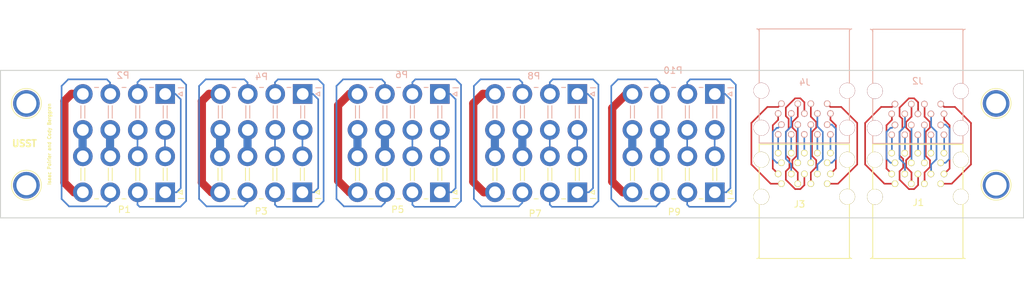
<source format=kicad_pcb>
(kicad_pcb (version 4) (host pcbnew 4.0.7)

  (general
    (links 76)
    (no_connects 0)
    (area 68.555799 91.568199 225.220601 114.273401)
    (thickness 1.6)
    (drawings 6)
    (tracks 345)
    (zones 0)
    (modules 18)
    (nets 77)
  )

  (page A4)
  (layers
    (0 F.Cu signal)
    (31 B.Cu signal)
    (32 B.Adhes user)
    (33 F.Adhes user)
    (34 B.Paste user)
    (35 F.Paste user)
    (36 B.SilkS user)
    (37 F.SilkS user)
    (38 B.Mask user)
    (39 F.Mask user)
    (40 Dwgs.User user)
    (41 Cmts.User user)
    (42 Eco1.User user)
    (43 Eco2.User user)
    (44 Edge.Cuts user)
    (45 Margin user)
    (46 B.CrtYd user)
    (47 F.CrtYd user)
    (48 B.Fab user)
    (49 F.Fab user)
  )

  (setup
    (last_trace_width 0.25)
    (user_trace_width 1)
    (trace_clearance 0.2)
    (zone_clearance 0.508)
    (zone_45_only no)
    (trace_min 0.2)
    (segment_width 0.2)
    (edge_width 0.15)
    (via_size 0.6)
    (via_drill 0.4)
    (via_min_size 0.4)
    (via_min_drill 0.3)
    (uvia_size 0.3)
    (uvia_drill 0.1)
    (uvias_allowed no)
    (uvia_min_size 0.2)
    (uvia_min_drill 0.1)
    (pcb_text_width 0.3)
    (pcb_text_size 1.5 1.5)
    (mod_edge_width 0.15)
    (mod_text_size 1 1)
    (mod_text_width 0.15)
    (pad_size 4.064 4.064)
    (pad_drill 3.048)
    (pad_to_mask_clearance 0.2)
    (aux_axis_origin 0 0)
    (visible_elements 7FFFFFFF)
    (pcbplotparams
      (layerselection 0x010f0_80000001)
      (usegerberextensions false)
      (excludeedgelayer true)
      (linewidth 0.100000)
      (plotframeref false)
      (viasonmask false)
      (mode 1)
      (useauxorigin false)
      (hpglpennumber 1)
      (hpglpenspeed 20)
      (hpglpendiameter 15)
      (hpglpenoverlay 2)
      (psnegative false)
      (psa4output false)
      (plotreference true)
      (plotvalue false)
      (plotinvisibletext false)
      (padsonsilk false)
      (subtractmaskfromsilk false)
      (outputformat 1)
      (mirror false)
      (drillshape 0)
      (scaleselection 1)
      (outputdirectory GERBERS2/))
  )

  (net 0 "")
  (net 1 "Net-(P1-Pad1)")
  (net 2 "Net-(P1-Pad2)")
  (net 3 "Net-(P1-Pad3)")
  (net 4 "Net-(P1-Pad4)")
  (net 5 "Net-(P1-Pad5)")
  (net 6 "Net-(P1-Pad6)")
  (net 7 "Net-(P1-Pad7)")
  (net 8 "Net-(P1-Pad8)")
  (net 9 "Net-(P3-Pad1)")
  (net 10 "Net-(P3-Pad2)")
  (net 11 "Net-(P3-Pad3)")
  (net 12 "Net-(P3-Pad4)")
  (net 13 "Net-(P3-Pad5)")
  (net 14 "Net-(P3-Pad6)")
  (net 15 "Net-(P3-Pad7)")
  (net 16 "Net-(P3-Pad8)")
  (net 17 "Net-(P10-Pad1)")
  (net 18 "Net-(P10-Pad2)")
  (net 19 "Net-(P10-Pad3)")
  (net 20 "Net-(P10-Pad4)")
  (net 21 "Net-(P10-Pad5)")
  (net 22 "Net-(P10-Pad6)")
  (net 23 "Net-(P10-Pad7)")
  (net 24 "Net-(P10-Pad8)")
  (net 25 "Net-(J1-Pad4)")
  (net 26 "Net-(J1-Pad1)")
  (net 27 "Net-(J1-Pad2)")
  (net 28 "Net-(J1-Pad3)")
  (net 29 "Net-(J1-Pad5)")
  (net 30 "Net-(J1-Pad6)")
  (net 31 "Net-(J1-Pad7)")
  (net 32 "Net-(J1-Pad8)")
  (net 33 "Net-(J1-Pad9)")
  (net 34 "Net-(J1-Pad10)")
  (net 35 "Net-(J1-Pad11)")
  (net 36 "Net-(J1-Pad12)")
  (net 37 "Net-(J1-Pad13)")
  (net 38 "Net-(J1-Pad14)")
  (net 39 "Net-(J1-Pad15)")
  (net 40 "Net-(J1-Pad16)")
  (net 41 "Net-(J1-Pad17)")
  (net 42 "Net-(J1-Pad18)")
  (net 43 "Net-(J3-Pad4)")
  (net 44 "Net-(J3-Pad1)")
  (net 45 "Net-(J3-Pad2)")
  (net 46 "Net-(J3-Pad3)")
  (net 47 "Net-(J3-Pad5)")
  (net 48 "Net-(J3-Pad6)")
  (net 49 "Net-(J3-Pad7)")
  (net 50 "Net-(J3-Pad8)")
  (net 51 "Net-(J3-Pad9)")
  (net 52 "Net-(J3-Pad10)")
  (net 53 "Net-(J3-Pad11)")
  (net 54 "Net-(J3-Pad12)")
  (net 55 "Net-(J3-Pad13)")
  (net 56 "Net-(J3-Pad14)")
  (net 57 "Net-(J3-Pad15)")
  (net 58 "Net-(J3-Pad16)")
  (net 59 "Net-(J3-Pad17)")
  (net 60 "Net-(J3-Pad18)")
  (net 61 "Net-(P5-Pad1)")
  (net 62 "Net-(P5-Pad2)")
  (net 63 "Net-(P5-Pad3)")
  (net 64 "Net-(P5-Pad4)")
  (net 65 "Net-(P5-Pad5)")
  (net 66 "Net-(P5-Pad6)")
  (net 67 "Net-(P5-Pad7)")
  (net 68 "Net-(P5-Pad8)")
  (net 69 "Net-(P7-Pad1)")
  (net 70 "Net-(P7-Pad2)")
  (net 71 "Net-(P7-Pad3)")
  (net 72 "Net-(P7-Pad4)")
  (net 73 "Net-(P7-Pad5)")
  (net 74 "Net-(P7-Pad6)")
  (net 75 "Net-(P7-Pad7)")
  (net 76 "Net-(P7-Pad8)")

  (net_class Default "This is the default net class."
    (clearance 0.2)
    (trace_width 0.25)
    (via_dia 0.6)
    (via_drill 0.4)
    (uvia_dia 0.3)
    (uvia_drill 0.1)
    (add_net "Net-(J1-Pad1)")
    (add_net "Net-(J1-Pad10)")
    (add_net "Net-(J1-Pad11)")
    (add_net "Net-(J1-Pad12)")
    (add_net "Net-(J1-Pad13)")
    (add_net "Net-(J1-Pad14)")
    (add_net "Net-(J1-Pad15)")
    (add_net "Net-(J1-Pad16)")
    (add_net "Net-(J1-Pad17)")
    (add_net "Net-(J1-Pad18)")
    (add_net "Net-(J1-Pad2)")
    (add_net "Net-(J1-Pad3)")
    (add_net "Net-(J1-Pad4)")
    (add_net "Net-(J1-Pad5)")
    (add_net "Net-(J1-Pad6)")
    (add_net "Net-(J1-Pad7)")
    (add_net "Net-(J1-Pad8)")
    (add_net "Net-(J1-Pad9)")
    (add_net "Net-(J3-Pad1)")
    (add_net "Net-(J3-Pad10)")
    (add_net "Net-(J3-Pad11)")
    (add_net "Net-(J3-Pad12)")
    (add_net "Net-(J3-Pad13)")
    (add_net "Net-(J3-Pad14)")
    (add_net "Net-(J3-Pad15)")
    (add_net "Net-(J3-Pad16)")
    (add_net "Net-(J3-Pad17)")
    (add_net "Net-(J3-Pad18)")
    (add_net "Net-(J3-Pad2)")
    (add_net "Net-(J3-Pad3)")
    (add_net "Net-(J3-Pad4)")
    (add_net "Net-(J3-Pad5)")
    (add_net "Net-(J3-Pad6)")
    (add_net "Net-(J3-Pad7)")
    (add_net "Net-(J3-Pad8)")
    (add_net "Net-(J3-Pad9)")
    (add_net "Net-(P1-Pad1)")
    (add_net "Net-(P1-Pad2)")
    (add_net "Net-(P1-Pad3)")
    (add_net "Net-(P1-Pad4)")
    (add_net "Net-(P1-Pad5)")
    (add_net "Net-(P1-Pad6)")
    (add_net "Net-(P1-Pad7)")
    (add_net "Net-(P1-Pad8)")
    (add_net "Net-(P10-Pad1)")
    (add_net "Net-(P10-Pad2)")
    (add_net "Net-(P10-Pad3)")
    (add_net "Net-(P10-Pad4)")
    (add_net "Net-(P10-Pad5)")
    (add_net "Net-(P10-Pad6)")
    (add_net "Net-(P10-Pad7)")
    (add_net "Net-(P10-Pad8)")
    (add_net "Net-(P3-Pad1)")
    (add_net "Net-(P3-Pad2)")
    (add_net "Net-(P3-Pad3)")
    (add_net "Net-(P3-Pad4)")
    (add_net "Net-(P3-Pad5)")
    (add_net "Net-(P3-Pad6)")
    (add_net "Net-(P3-Pad7)")
    (add_net "Net-(P3-Pad8)")
    (add_net "Net-(P5-Pad1)")
    (add_net "Net-(P5-Pad2)")
    (add_net "Net-(P5-Pad3)")
    (add_net "Net-(P5-Pad4)")
    (add_net "Net-(P5-Pad5)")
    (add_net "Net-(P5-Pad6)")
    (add_net "Net-(P5-Pad7)")
    (add_net "Net-(P5-Pad8)")
    (add_net "Net-(P7-Pad1)")
    (add_net "Net-(P7-Pad2)")
    (add_net "Net-(P7-Pad3)")
    (add_net "Net-(P7-Pad4)")
    (add_net "Net-(P7-Pad5)")
    (add_net "Net-(P7-Pad6)")
    (add_net "Net-(P7-Pad7)")
    (add_net "Net-(P7-Pad8)")
  )

  (net_class "Power Trace" ""
    (clearance 0.2)
    (trace_width 1)
    (via_dia 1.35)
    (via_drill 1.15)
    (uvia_dia 1.05)
    (uvia_drill 0.9)
  )

  (module Connect:1pin (layer F.Cu) (tedit 5A7FB034) (tstamp 5A7F76C2)
    (at 72.5932 96.6978)
    (descr "module 1 pin (ou trou mecanique de percage)")
    (tags DEV)
    (fp_text reference REF** (at 0 -3.048) (layer F.SilkS) hide
      (effects (font (size 1 1) (thickness 0.15)))
    )
    (fp_text value 1pin (at 0 3) (layer F.Fab)
      (effects (font (size 1 1) (thickness 0.15)))
    )
    (fp_circle (center 0 0) (end 2 0.8) (layer F.Fab) (width 0.1))
    (fp_circle (center 0 0) (end 2.6 0) (layer F.CrtYd) (width 0.05))
    (fp_circle (center 0 0) (end 0 -2.286) (layer F.SilkS) (width 0.12))
    (pad "" np_thru_hole circle (at 0 0) (size 4.064 4.064) (drill 3.048) (layers *.Cu *.Mask))
  )

  (module Connect:1pin (layer F.Cu) (tedit 5A7FB03C) (tstamp 5A7F76BA)
    (at 72.5932 109.2073)
    (descr "module 1 pin (ou trou mecanique de percage)")
    (tags DEV)
    (fp_text reference REF** (at 0 -3.048) (layer F.SilkS) hide
      (effects (font (size 1 1) (thickness 0.15)))
    )
    (fp_text value 1pin (at 0 3) (layer F.Fab)
      (effects (font (size 1 1) (thickness 0.15)))
    )
    (fp_circle (center 0 0) (end 2 0.8) (layer F.Fab) (width 0.1))
    (fp_circle (center 0 0) (end 2.6 0) (layer F.CrtYd) (width 0.05))
    (fp_circle (center 0 0) (end 0 -2.286) (layer F.SilkS) (width 0.12))
    (pad "" np_thru_hole circle (at 0 0) (size 4.064 4.064) (drill 3.048) (layers *.Cu *.Mask))
  )

  (module Connect:1pin (layer F.Cu) (tedit 5A7F842C) (tstamp 5A7F733D)
    (at 220.9292 109.2073)
    (descr "module 1 pin (ou trou mecanique de percage)")
    (tags DEV)
    (fp_text reference REF** (at 0 -3.048) (layer F.SilkS) hide
      (effects (font (size 1 1) (thickness 0.15)))
    )
    (fp_text value 1pin (at 0 3) (layer F.Fab)
      (effects (font (size 1 1) (thickness 0.15)))
    )
    (fp_circle (center 0 0) (end 2 0.8) (layer F.Fab) (width 0.1))
    (fp_circle (center 0 0) (end 2.6 0) (layer F.CrtYd) (width 0.05))
    (fp_circle (center 0 0) (end 0 -2.286) (layer F.SilkS) (width 0.12))
    (pad "" np_thru_hole circle (at 0 0) (size 4.064 4.064) (drill 3.2) (layers *.Cu *.Mask))
  )

  (module Connect:1pin (layer F.Cu) (tedit 5A7FB024) (tstamp 5A7F7341)
    (at 220.9292 96.6978)
    (descr "module 1 pin (ou trou mecanique de percage)")
    (tags DEV)
    (fp_text reference REF** (at 0 -3.048) (layer F.SilkS) hide
      (effects (font (size 1 1) (thickness 0.15)))
    )
    (fp_text value 1pin (at 0 3) (layer F.Fab)
      (effects (font (size 1 1) (thickness 0.15)))
    )
    (fp_circle (center 0 0) (end 2 0.8) (layer F.Fab) (width 0.1))
    (fp_circle (center 0 0) (end 2.6 0) (layer F.CrtYd) (width 0.05))
    (fp_circle (center 0 0) (end 0 -2.286) (layer F.SilkS) (width 0.12))
    (pad "" np_thru_hole circle (at 0 0) (size 4.064 4.064) (drill 3.048) (layers *.Cu *.Mask))
  )

  (module USST-footprints:USB-A_3.0_Stacked_WM10420-ND (layer F.Cu) (tedit 5AA45DC3) (tstamp 5AA4539C)
    (at 208.3872 106.4853 90)
    (path /5AA4511C)
    (fp_text reference J1 (at -5.3763 0.6548 180) (layer F.SilkS)
      (effects (font (size 1 1) (thickness 0.15)))
    )
    (fp_text value Conn_02x09_Odd_Even (at -15.06 -0.5 180) (layer F.Fab)
      (effects (font (size 1 1) (thickness 0.15)))
    )
    (fp_arc (start -13.59 -6.68) (end -13.6 -6.33) (angle 90) (layer F.SilkS) (width 0.15))
    (fp_arc (start -13.6 7.81) (end -13.94 7.82) (angle 90) (layer F.SilkS) (width 0.15))
    (fp_line (start 3.51 7.47) (end 3.52 -6.33) (layer F.SilkS) (width 0.15))
    (fp_line (start 3.52 -6.33) (end -13.94 -6.33) (layer F.SilkS) (width 0.15))
    (fp_line (start -13.94 -6.33) (end -13.94 7.47) (layer F.SilkS) (width 0.15))
    (fp_line (start -13.94 7.47) (end 3.52 7.47) (layer F.SilkS) (width 0.15))
    (pad "" thru_hole circle (at -4.5 -6 90) (size 2.4 2.4) (drill 2.3) (layers *.Cu *.Mask F.SilkS))
    (pad "" thru_hole circle (at 1.18 -6 90) (size 2.4 2.4) (drill 2.3) (layers *.Cu *.Mask F.SilkS))
    (pad "" thru_hole circle (at 1.18 7.14 90) (size 2.4 2.4) (drill 2.3) (layers *.Cu *.Mask F.SilkS))
    (pad "" thru_hole circle (at -4.49 7.14 90) (size 2.4 2.4) (drill 2.3) (layers *.Cu *.Mask F.SilkS))
    (pad 4 thru_hole circle (at -2.5 4.07 90) (size 1 1) (drill 0.7) (layers *.Cu *.Mask F.SilkS)
      (net 25 "Net-(J1-Pad4)"))
    (pad 1 thru_hole circle (at -2.5 -2.93 90) (size 1 1) (drill 0.7) (layers *.Cu *.Mask F.SilkS)
      (net 26 "Net-(J1-Pad1)"))
    (pad 2 thru_hole circle (at -2.5 -0.43 90) (size 1 1) (drill 0.7) (layers *.Cu *.Mask F.SilkS)
      (net 27 "Net-(J1-Pad2)"))
    (pad 3 thru_hole circle (at -2.5 1.57 90) (size 1 1) (drill 0.7) (layers *.Cu *.Mask F.SilkS)
      (net 28 "Net-(J1-Pad3)"))
    (pad 5 thru_hole circle (at -1 4.57 90) (size 1 1) (drill 0.7) (layers *.Cu *.Mask F.SilkS)
      (net 29 "Net-(J1-Pad5)"))
    (pad 6 thru_hole circle (at -1 2.57 90) (size 1 1) (drill 0.7) (layers *.Cu *.Mask F.SilkS)
      (net 30 "Net-(J1-Pad6)"))
    (pad 7 thru_hole circle (at -1 0.58 90) (size 1 1) (drill 0.7) (layers *.Cu *.Mask F.SilkS)
      (net 31 "Net-(J1-Pad7)"))
    (pad 8 thru_hole circle (at -1 -1.43 90) (size 1 1) (drill 0.7) (layers *.Cu *.Mask F.SilkS)
      (net 32 "Net-(J1-Pad8)"))
    (pad 9 thru_hole circle (at -1 -3.43 90) (size 1 1) (drill 0.7) (layers *.Cu *.Mask F.SilkS)
      (net 33 "Net-(J1-Pad9)"))
    (pad 10 thru_hole circle (at 0.7 -2.93 90) (size 1 1) (drill 0.7) (layers *.Cu *.Mask F.SilkS)
      (net 34 "Net-(J1-Pad10)"))
    (pad 11 thru_hole circle (at 0.7 -0.43 90) (size 1 1) (drill 0.7) (layers *.Cu *.Mask F.SilkS)
      (net 35 "Net-(J1-Pad11)"))
    (pad 12 thru_hole circle (at 0.7 1.57 90) (size 1 1) (drill 0.7) (layers *.Cu *.Mask F.SilkS)
      (net 36 "Net-(J1-Pad12)"))
    (pad 13 thru_hole circle (at 0.7 4.07 90) (size 1 1) (drill 0.7) (layers *.Cu *.Mask F.SilkS)
      (net 37 "Net-(J1-Pad13)"))
    (pad 14 thru_hole circle (at 2.2 4.57 90) (size 1 1) (drill 0.7) (layers *.Cu *.Mask F.SilkS)
      (net 38 "Net-(J1-Pad14)"))
    (pad 15 thru_hole circle (at 2.2 2.57 90) (size 1 1) (drill 0.7) (layers *.Cu *.Mask F.SilkS)
      (net 39 "Net-(J1-Pad15)"))
    (pad 16 thru_hole circle (at 2.2 0.57 90) (size 1 1) (drill 0.7) (layers *.Cu *.Mask F.SilkS)
      (net 40 "Net-(J1-Pad16)"))
    (pad 17 thru_hole circle (at 2.2 -1.43 90) (size 1 1) (drill 0.7) (layers *.Cu *.Mask F.SilkS)
      (net 41 "Net-(J1-Pad17)"))
    (pad 18 thru_hole circle (at 2.2 -3.43 90) (size 1 1) (drill 0.7) (layers *.Cu *.Mask F.SilkS)
      (net 42 "Net-(J1-Pad18)"))
  )

  (module USST-footprints:USB-A_3.0_Stacked_WM10420-ND (layer B.Cu) (tedit 5AA45DC1) (tstamp 5AA453BC)
    (at 208.3872 99.2928 270)
    (path /5AA45159)
    (fp_text reference J2 (at -6.024 -0.5532 360) (layer B.SilkS)
      (effects (font (size 1 1) (thickness 0.15)) (justify mirror))
    )
    (fp_text value Conn_02x09_Odd_Even (at -15.06 0.5 540) (layer B.Fab)
      (effects (font (size 1 1) (thickness 0.15)) (justify mirror))
    )
    (fp_arc (start -13.59 6.68) (end -13.6 6.33) (angle -90) (layer B.SilkS) (width 0.15))
    (fp_arc (start -13.6 -7.81) (end -13.94 -7.82) (angle -90) (layer B.SilkS) (width 0.15))
    (fp_line (start 3.51 -7.47) (end 3.52 6.33) (layer B.SilkS) (width 0.15))
    (fp_line (start 3.52 6.33) (end -13.94 6.33) (layer B.SilkS) (width 0.15))
    (fp_line (start -13.94 6.33) (end -13.94 -7.47) (layer B.SilkS) (width 0.15))
    (fp_line (start -13.94 -7.47) (end 3.52 -7.47) (layer B.SilkS) (width 0.15))
    (pad "" thru_hole circle (at -4.5 6 270) (size 2.4 2.4) (drill 2.3) (layers *.Cu *.Mask B.SilkS))
    (pad "" thru_hole circle (at 1.18 6 270) (size 2.4 2.4) (drill 2.3) (layers *.Cu *.Mask B.SilkS))
    (pad "" thru_hole circle (at 1.18 -7.14 270) (size 2.4 2.4) (drill 2.3) (layers *.Cu *.Mask B.SilkS))
    (pad "" thru_hole circle (at -4.49 -7.14 270) (size 2.4 2.4) (drill 2.3) (layers *.Cu *.Mask B.SilkS))
    (pad 4 thru_hole circle (at -2.5 -4.07 270) (size 1 1) (drill 0.7) (layers *.Cu *.Mask B.SilkS)
      (net 25 "Net-(J1-Pad4)"))
    (pad 1 thru_hole circle (at -2.5 2.93 270) (size 1 1) (drill 0.7) (layers *.Cu *.Mask B.SilkS)
      (net 26 "Net-(J1-Pad1)"))
    (pad 2 thru_hole circle (at -2.5 0.43 270) (size 1 1) (drill 0.7) (layers *.Cu *.Mask B.SilkS)
      (net 27 "Net-(J1-Pad2)"))
    (pad 3 thru_hole circle (at -2.5 -1.57 270) (size 1 1) (drill 0.7) (layers *.Cu *.Mask B.SilkS)
      (net 28 "Net-(J1-Pad3)"))
    (pad 5 thru_hole circle (at -1 -4.57 270) (size 1 1) (drill 0.7) (layers *.Cu *.Mask B.SilkS)
      (net 29 "Net-(J1-Pad5)"))
    (pad 6 thru_hole circle (at -1 -2.57 270) (size 1 1) (drill 0.7) (layers *.Cu *.Mask B.SilkS)
      (net 30 "Net-(J1-Pad6)"))
    (pad 7 thru_hole circle (at -1 -0.58 270) (size 1 1) (drill 0.7) (layers *.Cu *.Mask B.SilkS)
      (net 31 "Net-(J1-Pad7)"))
    (pad 8 thru_hole circle (at -1 1.43 270) (size 1 1) (drill 0.7) (layers *.Cu *.Mask B.SilkS)
      (net 32 "Net-(J1-Pad8)"))
    (pad 9 thru_hole circle (at -1 3.43 270) (size 1 1) (drill 0.7) (layers *.Cu *.Mask B.SilkS)
      (net 33 "Net-(J1-Pad9)"))
    (pad 10 thru_hole circle (at 0.7 2.93 270) (size 1 1) (drill 0.7) (layers *.Cu *.Mask B.SilkS)
      (net 34 "Net-(J1-Pad10)"))
    (pad 11 thru_hole circle (at 0.7 0.43 270) (size 1 1) (drill 0.7) (layers *.Cu *.Mask B.SilkS)
      (net 35 "Net-(J1-Pad11)"))
    (pad 12 thru_hole circle (at 0.7 -1.57 270) (size 1 1) (drill 0.7) (layers *.Cu *.Mask B.SilkS)
      (net 36 "Net-(J1-Pad12)"))
    (pad 13 thru_hole circle (at 0.7 -4.07 270) (size 1 1) (drill 0.7) (layers *.Cu *.Mask B.SilkS)
      (net 37 "Net-(J1-Pad13)"))
    (pad 14 thru_hole circle (at 2.2 -4.57 270) (size 1 1) (drill 0.7) (layers *.Cu *.Mask B.SilkS)
      (net 38 "Net-(J1-Pad14)"))
    (pad 15 thru_hole circle (at 2.2 -2.57 270) (size 1 1) (drill 0.7) (layers *.Cu *.Mask B.SilkS)
      (net 39 "Net-(J1-Pad15)"))
    (pad 16 thru_hole circle (at 2.2 -0.57 270) (size 1 1) (drill 0.7) (layers *.Cu *.Mask B.SilkS)
      (net 40 "Net-(J1-Pad16)"))
    (pad 17 thru_hole circle (at 2.2 1.43 270) (size 1 1) (drill 0.7) (layers *.Cu *.Mask B.SilkS)
      (net 41 "Net-(J1-Pad17)"))
    (pad 18 thru_hole circle (at 2.2 3.43 270) (size 1 1) (drill 0.7) (layers *.Cu *.Mask B.SilkS)
      (net 42 "Net-(J1-Pad18)"))
  )

  (module USST-footprints:USB-A_3.0_Stacked_WM10420-ND (layer F.Cu) (tedit 5AA45DBA) (tstamp 5AA453DC)
    (at 191.0207 106.4768 90)
    (path /5AA46292)
    (fp_text reference J3 (at -5.6388 -0.1651 180) (layer F.SilkS)
      (effects (font (size 1 1) (thickness 0.15)))
    )
    (fp_text value Conn_02x09_Odd_Even (at -15.06 -0.5 180) (layer F.Fab)
      (effects (font (size 1 1) (thickness 0.15)))
    )
    (fp_arc (start -13.59 -6.68) (end -13.6 -6.33) (angle 90) (layer F.SilkS) (width 0.15))
    (fp_arc (start -13.6 7.81) (end -13.94 7.82) (angle 90) (layer F.SilkS) (width 0.15))
    (fp_line (start 3.51 7.47) (end 3.52 -6.33) (layer F.SilkS) (width 0.15))
    (fp_line (start 3.52 -6.33) (end -13.94 -6.33) (layer F.SilkS) (width 0.15))
    (fp_line (start -13.94 -6.33) (end -13.94 7.47) (layer F.SilkS) (width 0.15))
    (fp_line (start -13.94 7.47) (end 3.52 7.47) (layer F.SilkS) (width 0.15))
    (pad "" thru_hole circle (at -4.5 -6 90) (size 2.4 2.4) (drill 2.3) (layers *.Cu *.Mask F.SilkS))
    (pad "" thru_hole circle (at 1.18 -6 90) (size 2.4 2.4) (drill 2.3) (layers *.Cu *.Mask F.SilkS))
    (pad "" thru_hole circle (at 1.18 7.14 90) (size 2.4 2.4) (drill 2.3) (layers *.Cu *.Mask F.SilkS))
    (pad "" thru_hole circle (at -4.49 7.14 90) (size 2.4 2.4) (drill 2.3) (layers *.Cu *.Mask F.SilkS))
    (pad 4 thru_hole circle (at -2.5 4.07 90) (size 1 1) (drill 0.7) (layers *.Cu *.Mask F.SilkS)
      (net 43 "Net-(J3-Pad4)"))
    (pad 1 thru_hole circle (at -2.5 -2.93 90) (size 1 1) (drill 0.7) (layers *.Cu *.Mask F.SilkS)
      (net 44 "Net-(J3-Pad1)"))
    (pad 2 thru_hole circle (at -2.5 -0.43 90) (size 1 1) (drill 0.7) (layers *.Cu *.Mask F.SilkS)
      (net 45 "Net-(J3-Pad2)"))
    (pad 3 thru_hole circle (at -2.5 1.57 90) (size 1 1) (drill 0.7) (layers *.Cu *.Mask F.SilkS)
      (net 46 "Net-(J3-Pad3)"))
    (pad 5 thru_hole circle (at -1 4.57 90) (size 1 1) (drill 0.7) (layers *.Cu *.Mask F.SilkS)
      (net 47 "Net-(J3-Pad5)"))
    (pad 6 thru_hole circle (at -1 2.57 90) (size 1 1) (drill 0.7) (layers *.Cu *.Mask F.SilkS)
      (net 48 "Net-(J3-Pad6)"))
    (pad 7 thru_hole circle (at -1 0.58 90) (size 1 1) (drill 0.7) (layers *.Cu *.Mask F.SilkS)
      (net 49 "Net-(J3-Pad7)"))
    (pad 8 thru_hole circle (at -1 -1.43 90) (size 1 1) (drill 0.7) (layers *.Cu *.Mask F.SilkS)
      (net 50 "Net-(J3-Pad8)"))
    (pad 9 thru_hole circle (at -1 -3.43 90) (size 1 1) (drill 0.7) (layers *.Cu *.Mask F.SilkS)
      (net 51 "Net-(J3-Pad9)"))
    (pad 10 thru_hole circle (at 0.7 -2.93 90) (size 1 1) (drill 0.7) (layers *.Cu *.Mask F.SilkS)
      (net 52 "Net-(J3-Pad10)"))
    (pad 11 thru_hole circle (at 0.7 -0.43 90) (size 1 1) (drill 0.7) (layers *.Cu *.Mask F.SilkS)
      (net 53 "Net-(J3-Pad11)"))
    (pad 12 thru_hole circle (at 0.7 1.57 90) (size 1 1) (drill 0.7) (layers *.Cu *.Mask F.SilkS)
      (net 54 "Net-(J3-Pad12)"))
    (pad 13 thru_hole circle (at 0.7 4.07 90) (size 1 1) (drill 0.7) (layers *.Cu *.Mask F.SilkS)
      (net 55 "Net-(J3-Pad13)"))
    (pad 14 thru_hole circle (at 2.2 4.57 90) (size 1 1) (drill 0.7) (layers *.Cu *.Mask F.SilkS)
      (net 56 "Net-(J3-Pad14)"))
    (pad 15 thru_hole circle (at 2.2 2.57 90) (size 1 1) (drill 0.7) (layers *.Cu *.Mask F.SilkS)
      (net 57 "Net-(J3-Pad15)"))
    (pad 16 thru_hole circle (at 2.2 0.57 90) (size 1 1) (drill 0.7) (layers *.Cu *.Mask F.SilkS)
      (net 58 "Net-(J3-Pad16)"))
    (pad 17 thru_hole circle (at 2.2 -1.43 90) (size 1 1) (drill 0.7) (layers *.Cu *.Mask F.SilkS)
      (net 59 "Net-(J3-Pad17)"))
    (pad 18 thru_hole circle (at 2.2 -3.43 90) (size 1 1) (drill 0.7) (layers *.Cu *.Mask F.SilkS)
      (net 60 "Net-(J3-Pad18)"))
  )

  (module USST-footprints:USB-A_3.0_Stacked_WM10420-ND (layer B.Cu) (tedit 5AA45DBE) (tstamp 5AA453FC)
    (at 191.0207 99.2378 270)
    (path /5AA46298)
    (fp_text reference J4 (at -5.7658 -0.6477 360) (layer B.SilkS)
      (effects (font (size 1 1) (thickness 0.15)) (justify mirror))
    )
    (fp_text value Conn_02x09_Odd_Even (at -15.06 0.5 540) (layer B.Fab)
      (effects (font (size 1 1) (thickness 0.15)) (justify mirror))
    )
    (fp_arc (start -13.59 6.68) (end -13.6 6.33) (angle -90) (layer B.SilkS) (width 0.15))
    (fp_arc (start -13.6 -7.81) (end -13.94 -7.82) (angle -90) (layer B.SilkS) (width 0.15))
    (fp_line (start 3.51 -7.47) (end 3.52 6.33) (layer B.SilkS) (width 0.15))
    (fp_line (start 3.52 6.33) (end -13.94 6.33) (layer B.SilkS) (width 0.15))
    (fp_line (start -13.94 6.33) (end -13.94 -7.47) (layer B.SilkS) (width 0.15))
    (fp_line (start -13.94 -7.47) (end 3.52 -7.47) (layer B.SilkS) (width 0.15))
    (pad "" thru_hole circle (at -4.5 6 270) (size 2.4 2.4) (drill 2.3) (layers *.Cu *.Mask B.SilkS))
    (pad "" thru_hole circle (at 1.18 6 270) (size 2.4 2.4) (drill 2.3) (layers *.Cu *.Mask B.SilkS))
    (pad "" thru_hole circle (at 1.18 -7.14 270) (size 2.4 2.4) (drill 2.3) (layers *.Cu *.Mask B.SilkS))
    (pad "" thru_hole circle (at -4.49 -7.14 270) (size 2.4 2.4) (drill 2.3) (layers *.Cu *.Mask B.SilkS))
    (pad 4 thru_hole circle (at -2.5 -4.07 270) (size 1 1) (drill 0.7) (layers *.Cu *.Mask B.SilkS)
      (net 43 "Net-(J3-Pad4)"))
    (pad 1 thru_hole circle (at -2.5 2.93 270) (size 1 1) (drill 0.7) (layers *.Cu *.Mask B.SilkS)
      (net 44 "Net-(J3-Pad1)"))
    (pad 2 thru_hole circle (at -2.5 0.43 270) (size 1 1) (drill 0.7) (layers *.Cu *.Mask B.SilkS)
      (net 45 "Net-(J3-Pad2)"))
    (pad 3 thru_hole circle (at -2.5 -1.57 270) (size 1 1) (drill 0.7) (layers *.Cu *.Mask B.SilkS)
      (net 46 "Net-(J3-Pad3)"))
    (pad 5 thru_hole circle (at -1 -4.57 270) (size 1 1) (drill 0.7) (layers *.Cu *.Mask B.SilkS)
      (net 47 "Net-(J3-Pad5)"))
    (pad 6 thru_hole circle (at -1 -2.57 270) (size 1 1) (drill 0.7) (layers *.Cu *.Mask B.SilkS)
      (net 48 "Net-(J3-Pad6)"))
    (pad 7 thru_hole circle (at -1 -0.58 270) (size 1 1) (drill 0.7) (layers *.Cu *.Mask B.SilkS)
      (net 49 "Net-(J3-Pad7)"))
    (pad 8 thru_hole circle (at -1 1.43 270) (size 1 1) (drill 0.7) (layers *.Cu *.Mask B.SilkS)
      (net 50 "Net-(J3-Pad8)"))
    (pad 9 thru_hole circle (at -1 3.43 270) (size 1 1) (drill 0.7) (layers *.Cu *.Mask B.SilkS)
      (net 51 "Net-(J3-Pad9)"))
    (pad 10 thru_hole circle (at 0.7 2.93 270) (size 1 1) (drill 0.7) (layers *.Cu *.Mask B.SilkS)
      (net 52 "Net-(J3-Pad10)"))
    (pad 11 thru_hole circle (at 0.7 0.43 270) (size 1 1) (drill 0.7) (layers *.Cu *.Mask B.SilkS)
      (net 53 "Net-(J3-Pad11)"))
    (pad 12 thru_hole circle (at 0.7 -1.57 270) (size 1 1) (drill 0.7) (layers *.Cu *.Mask B.SilkS)
      (net 54 "Net-(J3-Pad12)"))
    (pad 13 thru_hole circle (at 0.7 -4.07 270) (size 1 1) (drill 0.7) (layers *.Cu *.Mask B.SilkS)
      (net 55 "Net-(J3-Pad13)"))
    (pad 14 thru_hole circle (at 2.2 -4.57 270) (size 1 1) (drill 0.7) (layers *.Cu *.Mask B.SilkS)
      (net 56 "Net-(J3-Pad14)"))
    (pad 15 thru_hole circle (at 2.2 -2.57 270) (size 1 1) (drill 0.7) (layers *.Cu *.Mask B.SilkS)
      (net 57 "Net-(J3-Pad15)"))
    (pad 16 thru_hole circle (at 2.2 -0.57 270) (size 1 1) (drill 0.7) (layers *.Cu *.Mask B.SilkS)
      (net 58 "Net-(J3-Pad16)"))
    (pad 17 thru_hole circle (at 2.2 1.43 270) (size 1 1) (drill 0.7) (layers *.Cu *.Mask B.SilkS)
      (net 59 "Net-(J3-Pad17)"))
    (pad 18 thru_hole circle (at 2.2 3.43 270) (size 1 1) (drill 0.7) (layers *.Cu *.Mask B.SilkS)
      (net 60 "Net-(J3-Pad18)"))
  )

  (module USST-footprints:Molex_MiniFit-JR-5569-08A2_2x04x4.20mm_Angled_Overhang (layer F.Cu) (tedit 5AA45AD0) (tstamp 5AA45D59)
    (at 93.8276 110.2868 180)
    (descr "Molex Mini-Fit JR, PN:5569-08A2, dual row, side entry type, through hole, with plastic peg mount")
    (tags "connector molex mini-fit 5569")
    (path /5A7A6B54)
    (fp_text reference P1 (at 6.2484 -2.6416 180) (layer F.SilkS)
      (effects (font (size 1 1) (thickness 0.15)))
    )
    (fp_text value CONN_02X04 (at 6.7056 -7.9248 180) (layer F.Fab)
      (effects (font (size 1 1) (thickness 0.15)))
    )
    (fp_line (start -3.15 -14.35) (end -3.15 7.5) (layer F.CrtYd) (width 0.05))
    (fp_line (start -3.15 7.5) (end 15.8 7.5) (layer F.CrtYd) (width 0.05))
    (fp_line (start 15.8 7.5) (end 15.8 -14.35) (layer F.CrtYd) (width 0.05))
    (fp_line (start 15.8 -14.35) (end -3.15 -14.35) (layer F.CrtYd) (width 0.05))
    (fp_line (start -2 -0.95) (end -2.85 -0.95) (layer F.SilkS) (width 0.15))
    (fp_line (start -2.7 -13.9) (end -2.7 -1.1) (layer F.Fab) (width 0.05))
    (fp_line (start -2.7 -1.1) (end 15.3 -1.1) (layer F.Fab) (width 0.05))
    (fp_line (start 15.3 -1.1) (end 15.3 -13.9) (layer F.Fab) (width 0.05))
    (fp_line (start 15.3 -13.9) (end -2.7 -13.9) (layer F.Fab) (width 0.05))
    (fp_line (start -0.3 1.8) (end -0.3 3.7) (layer F.SilkS) (width 0.15))
    (fp_line (start 0.3 1.8) (end 0.3 3.7) (layer F.SilkS) (width 0.15))
    (fp_line (start 3.9 1.8) (end 3.9 3.7) (layer F.SilkS) (width 0.15))
    (fp_line (start 4.5 1.8) (end 4.5 3.7) (layer F.SilkS) (width 0.15))
    (fp_line (start 8.1 1.8) (end 8.1 3.7) (layer F.SilkS) (width 0.15))
    (fp_line (start 8.7 1.8) (end 8.7 3.7) (layer F.SilkS) (width 0.15))
    (fp_line (start 12.3 1.8) (end 12.3 3.7) (layer F.SilkS) (width 0.15))
    (fp_line (start 12.9 1.8) (end 12.9 3.7) (layer F.SilkS) (width 0.15))
    (fp_line (start 1.8 -1) (end 2.4 -1) (layer F.SilkS) (width 0.15))
    (fp_line (start 6 -1) (end 6.6 -1) (layer F.SilkS) (width 0.15))
    (fp_line (start 10.2 -1) (end 10.8 -1) (layer F.SilkS) (width 0.15))
    (fp_line (start -2 0) (end -2.6 0.3) (layer F.SilkS) (width 0.15))
    (fp_line (start -2.6 0.3) (end -2.6 -0.3) (layer F.SilkS) (width 0.15))
    (fp_line (start -2.6 -0.3) (end -2 0) (layer F.SilkS) (width 0.15))
    (pad 1 thru_hole rect (at 0 0 180) (size 3 3) (drill 1.8) (layers *.Cu *.Mask)
      (net 1 "Net-(P1-Pad1)"))
    (pad 2 thru_hole circle (at 4.2 0 180) (size 3 3) (drill 1.8) (layers *.Cu *.Mask)
      (net 2 "Net-(P1-Pad2)"))
    (pad 3 thru_hole circle (at 8.4 0 180) (size 3 3) (drill 1.8) (layers *.Cu *.Mask)
      (net 3 "Net-(P1-Pad3)"))
    (pad 4 thru_hole circle (at 12.6 0 180) (size 3 3) (drill 1.8) (layers *.Cu *.Mask)
      (net 4 "Net-(P1-Pad4)"))
    (pad 5 thru_hole circle (at 0 5.5 180) (size 3 3) (drill 1.8) (layers *.Cu *.Mask)
      (net 5 "Net-(P1-Pad5)"))
    (pad 6 thru_hole circle (at 4.2 5.5 180) (size 3 3) (drill 1.8) (layers *.Cu *.Mask)
      (net 6 "Net-(P1-Pad6)"))
    (pad 7 thru_hole circle (at 8.4 5.5 180) (size 3 3) (drill 1.8) (layers *.Cu *.Mask)
      (net 7 "Net-(P1-Pad7)"))
    (pad 8 thru_hole circle (at 12.6 5.5 180) (size 3 3) (drill 1.8) (layers *.Cu *.Mask)
      (net 8 "Net-(P1-Pad8)"))
    (model Connectors_Molex.3dshapes/Molex_MiniFit-JR-5569-08A2_2x04x4.20mm_Angled.wrl
      (at (xyz 0 0 0))
      (scale (xyz 1 1 1))
      (rotate (xyz 0 0 0))
    )
  )

  (module USST-footprints:Molex_MiniFit-JR-5569-08A2_2x04x4.20mm_Angled_Overhang (layer B.Cu) (tedit 5AA45DD7) (tstamp 5AA45D65)
    (at 93.8276 95.25 180)
    (descr "Molex Mini-Fit JR, PN:5569-08A2, dual row, side entry type, through hole, with plastic peg mount")
    (tags "connector molex mini-fit 5569")
    (path /5A7A6B4E)
    (fp_text reference P2 (at 6.4516 2.8448 180) (layer B.SilkS)
      (effects (font (size 1 1) (thickness 0.15)) (justify mirror))
    )
    (fp_text value CONN_02X04 (at 6.35 7.7724 180) (layer B.Fab)
      (effects (font (size 1 1) (thickness 0.15)) (justify mirror))
    )
    (fp_line (start -3.15 14.35) (end -3.15 -7.5) (layer B.CrtYd) (width 0.05))
    (fp_line (start -3.15 -7.5) (end 15.8 -7.5) (layer B.CrtYd) (width 0.05))
    (fp_line (start 15.8 -7.5) (end 15.8 14.35) (layer B.CrtYd) (width 0.05))
    (fp_line (start 15.8 14.35) (end -3.15 14.35) (layer B.CrtYd) (width 0.05))
    (fp_line (start -2 0.95) (end -2.85 0.95) (layer B.SilkS) (width 0.15))
    (fp_line (start -2.7 13.9) (end -2.7 1.1) (layer B.Fab) (width 0.05))
    (fp_line (start -2.7 1.1) (end 15.3 1.1) (layer B.Fab) (width 0.05))
    (fp_line (start 15.3 1.1) (end 15.3 13.9) (layer B.Fab) (width 0.05))
    (fp_line (start 15.3 13.9) (end -2.7 13.9) (layer B.Fab) (width 0.05))
    (fp_line (start -0.3 -1.8) (end -0.3 -3.7) (layer B.SilkS) (width 0.15))
    (fp_line (start 0.3 -1.8) (end 0.3 -3.7) (layer B.SilkS) (width 0.15))
    (fp_line (start 3.9 -1.8) (end 3.9 -3.7) (layer B.SilkS) (width 0.15))
    (fp_line (start 4.5 -1.8) (end 4.5 -3.7) (layer B.SilkS) (width 0.15))
    (fp_line (start 8.1 -1.8) (end 8.1 -3.7) (layer B.SilkS) (width 0.15))
    (fp_line (start 8.7 -1.8) (end 8.7 -3.7) (layer B.SilkS) (width 0.15))
    (fp_line (start 12.3 -1.8) (end 12.3 -3.7) (layer B.SilkS) (width 0.15))
    (fp_line (start 12.9 -1.8) (end 12.9 -3.7) (layer B.SilkS) (width 0.15))
    (fp_line (start 1.8 1) (end 2.4 1) (layer B.SilkS) (width 0.15))
    (fp_line (start 6 1) (end 6.6 1) (layer B.SilkS) (width 0.15))
    (fp_line (start 10.2 1) (end 10.8 1) (layer B.SilkS) (width 0.15))
    (fp_line (start -2 0) (end -2.6 -0.3) (layer B.SilkS) (width 0.15))
    (fp_line (start -2.6 -0.3) (end -2.6 0.3) (layer B.SilkS) (width 0.15))
    (fp_line (start -2.6 0.3) (end -2 0) (layer B.SilkS) (width 0.15))
    (pad 1 thru_hole rect (at 0 0 180) (size 3 3) (drill 1.8) (layers *.Cu *.Mask)
      (net 1 "Net-(P1-Pad1)"))
    (pad 2 thru_hole circle (at 4.2 0 180) (size 3 3) (drill 1.8) (layers *.Cu *.Mask)
      (net 2 "Net-(P1-Pad2)"))
    (pad 3 thru_hole circle (at 8.4 0 180) (size 3 3) (drill 1.8) (layers *.Cu *.Mask)
      (net 3 "Net-(P1-Pad3)"))
    (pad 4 thru_hole circle (at 12.6 0 180) (size 3 3) (drill 1.8) (layers *.Cu *.Mask)
      (net 4 "Net-(P1-Pad4)"))
    (pad 5 thru_hole circle (at 0 -5.5 180) (size 3 3) (drill 1.8) (layers *.Cu *.Mask)
      (net 5 "Net-(P1-Pad5)"))
    (pad 6 thru_hole circle (at 4.2 -5.5 180) (size 3 3) (drill 1.8) (layers *.Cu *.Mask)
      (net 6 "Net-(P1-Pad6)"))
    (pad 7 thru_hole circle (at 8.4 -5.5 180) (size 3 3) (drill 1.8) (layers *.Cu *.Mask)
      (net 7 "Net-(P1-Pad7)"))
    (pad 8 thru_hole circle (at 12.6 -5.5 180) (size 3 3) (drill 1.8) (layers *.Cu *.Mask)
      (net 8 "Net-(P1-Pad8)"))
    (model Connectors_Molex.3dshapes/Molex_MiniFit-JR-5569-08A2_2x04x4.20mm_Angled.wrl
      (at (xyz 0 0 0))
      (scale (xyz 1 1 1))
      (rotate (xyz 0 0 0))
    )
  )

  (module USST-footprints:Molex_MiniFit-JR-5569-08A2_2x04x4.20mm_Angled_Overhang (layer F.Cu) (tedit 5AA45A93) (tstamp 5AA45D71)
    (at 114.808 110.2868 180)
    (descr "Molex Mini-Fit JR, PN:5569-08A2, dual row, side entry type, through hole, with plastic peg mount")
    (tags "connector molex mini-fit 5569")
    (path /5A7A6A64)
    (fp_text reference P3 (at 6.2992 -2.8956 180) (layer F.SilkS)
      (effects (font (size 1 1) (thickness 0.15)))
    )
    (fp_text value CONN_02X04 (at 6.1976 -7.9756 180) (layer F.Fab)
      (effects (font (size 1 1) (thickness 0.15)))
    )
    (fp_line (start -3.15 -14.35) (end -3.15 7.5) (layer F.CrtYd) (width 0.05))
    (fp_line (start -3.15 7.5) (end 15.8 7.5) (layer F.CrtYd) (width 0.05))
    (fp_line (start 15.8 7.5) (end 15.8 -14.35) (layer F.CrtYd) (width 0.05))
    (fp_line (start 15.8 -14.35) (end -3.15 -14.35) (layer F.CrtYd) (width 0.05))
    (fp_line (start -2 -0.95) (end -2.85 -0.95) (layer F.SilkS) (width 0.15))
    (fp_line (start -2.7 -13.9) (end -2.7 -1.1) (layer F.Fab) (width 0.05))
    (fp_line (start -2.7 -1.1) (end 15.3 -1.1) (layer F.Fab) (width 0.05))
    (fp_line (start 15.3 -1.1) (end 15.3 -13.9) (layer F.Fab) (width 0.05))
    (fp_line (start 15.3 -13.9) (end -2.7 -13.9) (layer F.Fab) (width 0.05))
    (fp_line (start -0.3 1.8) (end -0.3 3.7) (layer F.SilkS) (width 0.15))
    (fp_line (start 0.3 1.8) (end 0.3 3.7) (layer F.SilkS) (width 0.15))
    (fp_line (start 3.9 1.8) (end 3.9 3.7) (layer F.SilkS) (width 0.15))
    (fp_line (start 4.5 1.8) (end 4.5 3.7) (layer F.SilkS) (width 0.15))
    (fp_line (start 8.1 1.8) (end 8.1 3.7) (layer F.SilkS) (width 0.15))
    (fp_line (start 8.7 1.8) (end 8.7 3.7) (layer F.SilkS) (width 0.15))
    (fp_line (start 12.3 1.8) (end 12.3 3.7) (layer F.SilkS) (width 0.15))
    (fp_line (start 12.9 1.8) (end 12.9 3.7) (layer F.SilkS) (width 0.15))
    (fp_line (start 1.8 -1) (end 2.4 -1) (layer F.SilkS) (width 0.15))
    (fp_line (start 6 -1) (end 6.6 -1) (layer F.SilkS) (width 0.15))
    (fp_line (start 10.2 -1) (end 10.8 -1) (layer F.SilkS) (width 0.15))
    (fp_line (start -2 0) (end -2.6 0.3) (layer F.SilkS) (width 0.15))
    (fp_line (start -2.6 0.3) (end -2.6 -0.3) (layer F.SilkS) (width 0.15))
    (fp_line (start -2.6 -0.3) (end -2 0) (layer F.SilkS) (width 0.15))
    (pad 1 thru_hole rect (at 0 0 180) (size 3 3) (drill 1.8) (layers *.Cu *.Mask)
      (net 9 "Net-(P3-Pad1)"))
    (pad 2 thru_hole circle (at 4.2 0 180) (size 3 3) (drill 1.8) (layers *.Cu *.Mask)
      (net 10 "Net-(P3-Pad2)"))
    (pad 3 thru_hole circle (at 8.4 0 180) (size 3 3) (drill 1.8) (layers *.Cu *.Mask)
      (net 11 "Net-(P3-Pad3)"))
    (pad 4 thru_hole circle (at 12.6 0 180) (size 3 3) (drill 1.8) (layers *.Cu *.Mask)
      (net 12 "Net-(P3-Pad4)"))
    (pad 5 thru_hole circle (at 0 5.5 180) (size 3 3) (drill 1.8) (layers *.Cu *.Mask)
      (net 13 "Net-(P3-Pad5)"))
    (pad 6 thru_hole circle (at 4.2 5.5 180) (size 3 3) (drill 1.8) (layers *.Cu *.Mask)
      (net 14 "Net-(P3-Pad6)"))
    (pad 7 thru_hole circle (at 8.4 5.5 180) (size 3 3) (drill 1.8) (layers *.Cu *.Mask)
      (net 15 "Net-(P3-Pad7)"))
    (pad 8 thru_hole circle (at 12.6 5.5 180) (size 3 3) (drill 1.8) (layers *.Cu *.Mask)
      (net 16 "Net-(P3-Pad8)"))
    (model Connectors_Molex.3dshapes/Molex_MiniFit-JR-5569-08A2_2x04x4.20mm_Angled.wrl
      (at (xyz 0 0 0))
      (scale (xyz 1 1 1))
      (rotate (xyz 0 0 0))
    )
  )

  (module USST-footprints:Molex_MiniFit-JR-5569-08A2_2x04x4.20mm_Angled_Overhang (layer B.Cu) (tedit 5AA45AB3) (tstamp 5AA45D7D)
    (at 114.8588 95.25 180)
    (descr "Molex Mini-Fit JR, PN:5569-08A2, dual row, side entry type, through hole, with plastic peg mount")
    (tags "connector molex mini-fit 5569")
    (path /5A7A6A5E)
    (fp_text reference P4 (at 6.2992 2.6416 180) (layer B.SilkS)
      (effects (font (size 1 1) (thickness 0.15)) (justify mirror))
    )
    (fp_text value CONN_02X04 (at 6.4516 7.8232 180) (layer B.Fab)
      (effects (font (size 1 1) (thickness 0.15)) (justify mirror))
    )
    (fp_line (start -3.15 14.35) (end -3.15 -7.5) (layer B.CrtYd) (width 0.05))
    (fp_line (start -3.15 -7.5) (end 15.8 -7.5) (layer B.CrtYd) (width 0.05))
    (fp_line (start 15.8 -7.5) (end 15.8 14.35) (layer B.CrtYd) (width 0.05))
    (fp_line (start 15.8 14.35) (end -3.15 14.35) (layer B.CrtYd) (width 0.05))
    (fp_line (start -2 0.95) (end -2.85 0.95) (layer B.SilkS) (width 0.15))
    (fp_line (start -2.7 13.9) (end -2.7 1.1) (layer B.Fab) (width 0.05))
    (fp_line (start -2.7 1.1) (end 15.3 1.1) (layer B.Fab) (width 0.05))
    (fp_line (start 15.3 1.1) (end 15.3 13.9) (layer B.Fab) (width 0.05))
    (fp_line (start 15.3 13.9) (end -2.7 13.9) (layer B.Fab) (width 0.05))
    (fp_line (start -0.3 -1.8) (end -0.3 -3.7) (layer B.SilkS) (width 0.15))
    (fp_line (start 0.3 -1.8) (end 0.3 -3.7) (layer B.SilkS) (width 0.15))
    (fp_line (start 3.9 -1.8) (end 3.9 -3.7) (layer B.SilkS) (width 0.15))
    (fp_line (start 4.5 -1.8) (end 4.5 -3.7) (layer B.SilkS) (width 0.15))
    (fp_line (start 8.1 -1.8) (end 8.1 -3.7) (layer B.SilkS) (width 0.15))
    (fp_line (start 8.7 -1.8) (end 8.7 -3.7) (layer B.SilkS) (width 0.15))
    (fp_line (start 12.3 -1.8) (end 12.3 -3.7) (layer B.SilkS) (width 0.15))
    (fp_line (start 12.9 -1.8) (end 12.9 -3.7) (layer B.SilkS) (width 0.15))
    (fp_line (start 1.8 1) (end 2.4 1) (layer B.SilkS) (width 0.15))
    (fp_line (start 6 1) (end 6.6 1) (layer B.SilkS) (width 0.15))
    (fp_line (start 10.2 1) (end 10.8 1) (layer B.SilkS) (width 0.15))
    (fp_line (start -2 0) (end -2.6 -0.3) (layer B.SilkS) (width 0.15))
    (fp_line (start -2.6 -0.3) (end -2.6 0.3) (layer B.SilkS) (width 0.15))
    (fp_line (start -2.6 0.3) (end -2 0) (layer B.SilkS) (width 0.15))
    (pad 1 thru_hole rect (at 0 0 180) (size 3 3) (drill 1.8) (layers *.Cu *.Mask)
      (net 9 "Net-(P3-Pad1)"))
    (pad 2 thru_hole circle (at 4.2 0 180) (size 3 3) (drill 1.8) (layers *.Cu *.Mask)
      (net 10 "Net-(P3-Pad2)"))
    (pad 3 thru_hole circle (at 8.4 0 180) (size 3 3) (drill 1.8) (layers *.Cu *.Mask)
      (net 11 "Net-(P3-Pad3)"))
    (pad 4 thru_hole circle (at 12.6 0 180) (size 3 3) (drill 1.8) (layers *.Cu *.Mask)
      (net 12 "Net-(P3-Pad4)"))
    (pad 5 thru_hole circle (at 0 -5.5 180) (size 3 3) (drill 1.8) (layers *.Cu *.Mask)
      (net 13 "Net-(P3-Pad5)"))
    (pad 6 thru_hole circle (at 4.2 -5.5 180) (size 3 3) (drill 1.8) (layers *.Cu *.Mask)
      (net 14 "Net-(P3-Pad6)"))
    (pad 7 thru_hole circle (at 8.4 -5.5 180) (size 3 3) (drill 1.8) (layers *.Cu *.Mask)
      (net 15 "Net-(P3-Pad7)"))
    (pad 8 thru_hole circle (at 12.6 -5.5 180) (size 3 3) (drill 1.8) (layers *.Cu *.Mask)
      (net 16 "Net-(P3-Pad8)"))
    (model Connectors_Molex.3dshapes/Molex_MiniFit-JR-5569-08A2_2x04x4.20mm_Angled.wrl
      (at (xyz 0 0 0))
      (scale (xyz 1 1 1))
      (rotate (xyz 0 0 0))
    )
  )

  (module USST-footprints:Molex_MiniFit-JR-5569-08A2_2x04x4.20mm_Angled_Overhang (layer F.Cu) (tedit 5AA45A6E) (tstamp 5AA45D89)
    (at 135.8392 110.2868 180)
    (descr "Molex Mini-Fit JR, PN:5569-08A2, dual row, side entry type, through hole, with plastic peg mount")
    (tags "connector molex mini-fit 5569")
    (path /5A7A6B34)
    (fp_text reference P5 (at 6.4516 -2.6416 180) (layer F.SilkS)
      (effects (font (size 1 1) (thickness 0.15)))
    )
    (fp_text value CONN_02X04 (at 6.096 -7.7724 180) (layer F.Fab)
      (effects (font (size 1 1) (thickness 0.15)))
    )
    (fp_line (start -3.15 -14.35) (end -3.15 7.5) (layer F.CrtYd) (width 0.05))
    (fp_line (start -3.15 7.5) (end 15.8 7.5) (layer F.CrtYd) (width 0.05))
    (fp_line (start 15.8 7.5) (end 15.8 -14.35) (layer F.CrtYd) (width 0.05))
    (fp_line (start 15.8 -14.35) (end -3.15 -14.35) (layer F.CrtYd) (width 0.05))
    (fp_line (start -2 -0.95) (end -2.85 -0.95) (layer F.SilkS) (width 0.15))
    (fp_line (start -2.7 -13.9) (end -2.7 -1.1) (layer F.Fab) (width 0.05))
    (fp_line (start -2.7 -1.1) (end 15.3 -1.1) (layer F.Fab) (width 0.05))
    (fp_line (start 15.3 -1.1) (end 15.3 -13.9) (layer F.Fab) (width 0.05))
    (fp_line (start 15.3 -13.9) (end -2.7 -13.9) (layer F.Fab) (width 0.05))
    (fp_line (start -0.3 1.8) (end -0.3 3.7) (layer F.SilkS) (width 0.15))
    (fp_line (start 0.3 1.8) (end 0.3 3.7) (layer F.SilkS) (width 0.15))
    (fp_line (start 3.9 1.8) (end 3.9 3.7) (layer F.SilkS) (width 0.15))
    (fp_line (start 4.5 1.8) (end 4.5 3.7) (layer F.SilkS) (width 0.15))
    (fp_line (start 8.1 1.8) (end 8.1 3.7) (layer F.SilkS) (width 0.15))
    (fp_line (start 8.7 1.8) (end 8.7 3.7) (layer F.SilkS) (width 0.15))
    (fp_line (start 12.3 1.8) (end 12.3 3.7) (layer F.SilkS) (width 0.15))
    (fp_line (start 12.9 1.8) (end 12.9 3.7) (layer F.SilkS) (width 0.15))
    (fp_line (start 1.8 -1) (end 2.4 -1) (layer F.SilkS) (width 0.15))
    (fp_line (start 6 -1) (end 6.6 -1) (layer F.SilkS) (width 0.15))
    (fp_line (start 10.2 -1) (end 10.8 -1) (layer F.SilkS) (width 0.15))
    (fp_line (start -2 0) (end -2.6 0.3) (layer F.SilkS) (width 0.15))
    (fp_line (start -2.6 0.3) (end -2.6 -0.3) (layer F.SilkS) (width 0.15))
    (fp_line (start -2.6 -0.3) (end -2 0) (layer F.SilkS) (width 0.15))
    (pad 1 thru_hole rect (at 0 0 180) (size 3 3) (drill 1.8) (layers *.Cu *.Mask)
      (net 61 "Net-(P5-Pad1)"))
    (pad 2 thru_hole circle (at 4.2 0 180) (size 3 3) (drill 1.8) (layers *.Cu *.Mask)
      (net 62 "Net-(P5-Pad2)"))
    (pad 3 thru_hole circle (at 8.4 0 180) (size 3 3) (drill 1.8) (layers *.Cu *.Mask)
      (net 63 "Net-(P5-Pad3)"))
    (pad 4 thru_hole circle (at 12.6 0 180) (size 3 3) (drill 1.8) (layers *.Cu *.Mask)
      (net 64 "Net-(P5-Pad4)"))
    (pad 5 thru_hole circle (at 0 5.5 180) (size 3 3) (drill 1.8) (layers *.Cu *.Mask)
      (net 65 "Net-(P5-Pad5)"))
    (pad 6 thru_hole circle (at 4.2 5.5 180) (size 3 3) (drill 1.8) (layers *.Cu *.Mask)
      (net 66 "Net-(P5-Pad6)"))
    (pad 7 thru_hole circle (at 8.4 5.5 180) (size 3 3) (drill 1.8) (layers *.Cu *.Mask)
      (net 67 "Net-(P5-Pad7)"))
    (pad 8 thru_hole circle (at 12.6 5.5 180) (size 3 3) (drill 1.8) (layers *.Cu *.Mask)
      (net 68 "Net-(P5-Pad8)"))
    (model Connectors_Molex.3dshapes/Molex_MiniFit-JR-5569-08A2_2x04x4.20mm_Angled.wrl
      (at (xyz 0 0 0))
      (scale (xyz 1 1 1))
      (rotate (xyz 0 0 0))
    )
  )

  (module USST-footprints:Molex_MiniFit-JR-5569-08A2_2x04x4.20mm_Angled_Overhang (layer B.Cu) (tedit 5AA45A76) (tstamp 5AA45D95)
    (at 135.8392 95.25 180)
    (descr "Molex Mini-Fit JR, PN:5569-08A2, dual row, side entry type, through hole, with plastic peg mount")
    (tags "connector molex mini-fit 5569")
    (path /5A7A6B2E)
    (fp_text reference P6 (at 5.842 2.9464 180) (layer B.SilkS)
      (effects (font (size 1 1) (thickness 0.15)) (justify mirror))
    )
    (fp_text value CONN_02X04 (at 6.096 7.9248 180) (layer B.Fab)
      (effects (font (size 1 1) (thickness 0.15)) (justify mirror))
    )
    (fp_line (start -3.15 14.35) (end -3.15 -7.5) (layer B.CrtYd) (width 0.05))
    (fp_line (start -3.15 -7.5) (end 15.8 -7.5) (layer B.CrtYd) (width 0.05))
    (fp_line (start 15.8 -7.5) (end 15.8 14.35) (layer B.CrtYd) (width 0.05))
    (fp_line (start 15.8 14.35) (end -3.15 14.35) (layer B.CrtYd) (width 0.05))
    (fp_line (start -2 0.95) (end -2.85 0.95) (layer B.SilkS) (width 0.15))
    (fp_line (start -2.7 13.9) (end -2.7 1.1) (layer B.Fab) (width 0.05))
    (fp_line (start -2.7 1.1) (end 15.3 1.1) (layer B.Fab) (width 0.05))
    (fp_line (start 15.3 1.1) (end 15.3 13.9) (layer B.Fab) (width 0.05))
    (fp_line (start 15.3 13.9) (end -2.7 13.9) (layer B.Fab) (width 0.05))
    (fp_line (start -0.3 -1.8) (end -0.3 -3.7) (layer B.SilkS) (width 0.15))
    (fp_line (start 0.3 -1.8) (end 0.3 -3.7) (layer B.SilkS) (width 0.15))
    (fp_line (start 3.9 -1.8) (end 3.9 -3.7) (layer B.SilkS) (width 0.15))
    (fp_line (start 4.5 -1.8) (end 4.5 -3.7) (layer B.SilkS) (width 0.15))
    (fp_line (start 8.1 -1.8) (end 8.1 -3.7) (layer B.SilkS) (width 0.15))
    (fp_line (start 8.7 -1.8) (end 8.7 -3.7) (layer B.SilkS) (width 0.15))
    (fp_line (start 12.3 -1.8) (end 12.3 -3.7) (layer B.SilkS) (width 0.15))
    (fp_line (start 12.9 -1.8) (end 12.9 -3.7) (layer B.SilkS) (width 0.15))
    (fp_line (start 1.8 1) (end 2.4 1) (layer B.SilkS) (width 0.15))
    (fp_line (start 6 1) (end 6.6 1) (layer B.SilkS) (width 0.15))
    (fp_line (start 10.2 1) (end 10.8 1) (layer B.SilkS) (width 0.15))
    (fp_line (start -2 0) (end -2.6 -0.3) (layer B.SilkS) (width 0.15))
    (fp_line (start -2.6 -0.3) (end -2.6 0.3) (layer B.SilkS) (width 0.15))
    (fp_line (start -2.6 0.3) (end -2 0) (layer B.SilkS) (width 0.15))
    (pad 1 thru_hole rect (at 0 0 180) (size 3 3) (drill 1.8) (layers *.Cu *.Mask)
      (net 61 "Net-(P5-Pad1)"))
    (pad 2 thru_hole circle (at 4.2 0 180) (size 3 3) (drill 1.8) (layers *.Cu *.Mask)
      (net 62 "Net-(P5-Pad2)"))
    (pad 3 thru_hole circle (at 8.4 0 180) (size 3 3) (drill 1.8) (layers *.Cu *.Mask)
      (net 63 "Net-(P5-Pad3)"))
    (pad 4 thru_hole circle (at 12.6 0 180) (size 3 3) (drill 1.8) (layers *.Cu *.Mask)
      (net 64 "Net-(P5-Pad4)"))
    (pad 5 thru_hole circle (at 0 -5.5 180) (size 3 3) (drill 1.8) (layers *.Cu *.Mask)
      (net 65 "Net-(P5-Pad5)"))
    (pad 6 thru_hole circle (at 4.2 -5.5 180) (size 3 3) (drill 1.8) (layers *.Cu *.Mask)
      (net 66 "Net-(P5-Pad6)"))
    (pad 7 thru_hole circle (at 8.4 -5.5 180) (size 3 3) (drill 1.8) (layers *.Cu *.Mask)
      (net 67 "Net-(P5-Pad7)"))
    (pad 8 thru_hole circle (at 12.6 -5.5 180) (size 3 3) (drill 1.8) (layers *.Cu *.Mask)
      (net 68 "Net-(P5-Pad8)"))
    (model Connectors_Molex.3dshapes/Molex_MiniFit-JR-5569-08A2_2x04x4.20mm_Angled.wrl
      (at (xyz 0 0 0))
      (scale (xyz 1 1 1))
      (rotate (xyz 0 0 0))
    )
  )

  (module USST-footprints:Molex_MiniFit-JR-5569-08A2_2x04x4.20mm_Angled_Overhang (layer F.Cu) (tedit 5AA45983) (tstamp 5AA45DA1)
    (at 156.8704 110.2868 180)
    (descr "Molex Mini-Fit JR, PN:5569-08A2, dual row, side entry type, through hole, with plastic peg mount")
    (tags "connector molex mini-fit 5569")
    (path /5A7A6C14)
    (fp_text reference P7 (at 6.4516 -3.2512 180) (layer F.SilkS)
      (effects (font (size 1 1) (thickness 0.15)))
    )
    (fp_text value CONN_02X04 (at 5.9436 -7.8232 180) (layer F.Fab)
      (effects (font (size 1 1) (thickness 0.15)))
    )
    (fp_line (start -3.15 -14.35) (end -3.15 7.5) (layer F.CrtYd) (width 0.05))
    (fp_line (start -3.15 7.5) (end 15.8 7.5) (layer F.CrtYd) (width 0.05))
    (fp_line (start 15.8 7.5) (end 15.8 -14.35) (layer F.CrtYd) (width 0.05))
    (fp_line (start 15.8 -14.35) (end -3.15 -14.35) (layer F.CrtYd) (width 0.05))
    (fp_line (start -2 -0.95) (end -2.85 -0.95) (layer F.SilkS) (width 0.15))
    (fp_line (start -2.7 -13.9) (end -2.7 -1.1) (layer F.Fab) (width 0.05))
    (fp_line (start -2.7 -1.1) (end 15.3 -1.1) (layer F.Fab) (width 0.05))
    (fp_line (start 15.3 -1.1) (end 15.3 -13.9) (layer F.Fab) (width 0.05))
    (fp_line (start 15.3 -13.9) (end -2.7 -13.9) (layer F.Fab) (width 0.05))
    (fp_line (start -0.3 1.8) (end -0.3 3.7) (layer F.SilkS) (width 0.15))
    (fp_line (start 0.3 1.8) (end 0.3 3.7) (layer F.SilkS) (width 0.15))
    (fp_line (start 3.9 1.8) (end 3.9 3.7) (layer F.SilkS) (width 0.15))
    (fp_line (start 4.5 1.8) (end 4.5 3.7) (layer F.SilkS) (width 0.15))
    (fp_line (start 8.1 1.8) (end 8.1 3.7) (layer F.SilkS) (width 0.15))
    (fp_line (start 8.7 1.8) (end 8.7 3.7) (layer F.SilkS) (width 0.15))
    (fp_line (start 12.3 1.8) (end 12.3 3.7) (layer F.SilkS) (width 0.15))
    (fp_line (start 12.9 1.8) (end 12.9 3.7) (layer F.SilkS) (width 0.15))
    (fp_line (start 1.8 -1) (end 2.4 -1) (layer F.SilkS) (width 0.15))
    (fp_line (start 6 -1) (end 6.6 -1) (layer F.SilkS) (width 0.15))
    (fp_line (start 10.2 -1) (end 10.8 -1) (layer F.SilkS) (width 0.15))
    (fp_line (start -2 0) (end -2.6 0.3) (layer F.SilkS) (width 0.15))
    (fp_line (start -2.6 0.3) (end -2.6 -0.3) (layer F.SilkS) (width 0.15))
    (fp_line (start -2.6 -0.3) (end -2 0) (layer F.SilkS) (width 0.15))
    (pad 1 thru_hole rect (at 0 0 180) (size 3 3) (drill 1.8) (layers *.Cu *.Mask)
      (net 69 "Net-(P7-Pad1)"))
    (pad 2 thru_hole circle (at 4.2 0 180) (size 3 3) (drill 1.8) (layers *.Cu *.Mask)
      (net 70 "Net-(P7-Pad2)"))
    (pad 3 thru_hole circle (at 8.4 0 180) (size 3 3) (drill 1.8) (layers *.Cu *.Mask)
      (net 71 "Net-(P7-Pad3)"))
    (pad 4 thru_hole circle (at 12.6 0 180) (size 3 3) (drill 1.8) (layers *.Cu *.Mask)
      (net 72 "Net-(P7-Pad4)"))
    (pad 5 thru_hole circle (at 0 5.5 180) (size 3 3) (drill 1.8) (layers *.Cu *.Mask)
      (net 73 "Net-(P7-Pad5)"))
    (pad 6 thru_hole circle (at 4.2 5.5 180) (size 3 3) (drill 1.8) (layers *.Cu *.Mask)
      (net 74 "Net-(P7-Pad6)"))
    (pad 7 thru_hole circle (at 8.4 5.5 180) (size 3 3) (drill 1.8) (layers *.Cu *.Mask)
      (net 75 "Net-(P7-Pad7)"))
    (pad 8 thru_hole circle (at 12.6 5.5 180) (size 3 3) (drill 1.8) (layers *.Cu *.Mask)
      (net 76 "Net-(P7-Pad8)"))
    (model Connectors_Molex.3dshapes/Molex_MiniFit-JR-5569-08A2_2x04x4.20mm_Angled.wrl
      (at (xyz 0 0 0))
      (scale (xyz 1 1 1))
      (rotate (xyz 0 0 0))
    )
  )

  (module USST-footprints:Molex_MiniFit-JR-5569-08A2_2x04x4.20mm_Angled_Overhang (layer B.Cu) (tedit 5AA459A3) (tstamp 5AA45DAD)
    (at 156.8704 95.25 180)
    (descr "Molex Mini-Fit JR, PN:5569-08A2, dual row, side entry type, through hole, with plastic peg mount")
    (tags "connector molex mini-fit 5569")
    (path /5A7A6C0E)
    (fp_text reference P8 (at 6.6548 2.7432 180) (layer B.SilkS)
      (effects (font (size 1 1) (thickness 0.15)) (justify mirror))
    )
    (fp_text value CONN_02X04 (at 5.588 8.0772 180) (layer B.Fab)
      (effects (font (size 1 1) (thickness 0.15)) (justify mirror))
    )
    (fp_line (start -3.15 14.35) (end -3.15 -7.5) (layer B.CrtYd) (width 0.05))
    (fp_line (start -3.15 -7.5) (end 15.8 -7.5) (layer B.CrtYd) (width 0.05))
    (fp_line (start 15.8 -7.5) (end 15.8 14.35) (layer B.CrtYd) (width 0.05))
    (fp_line (start 15.8 14.35) (end -3.15 14.35) (layer B.CrtYd) (width 0.05))
    (fp_line (start -2 0.95) (end -2.85 0.95) (layer B.SilkS) (width 0.15))
    (fp_line (start -2.7 13.9) (end -2.7 1.1) (layer B.Fab) (width 0.05))
    (fp_line (start -2.7 1.1) (end 15.3 1.1) (layer B.Fab) (width 0.05))
    (fp_line (start 15.3 1.1) (end 15.3 13.9) (layer B.Fab) (width 0.05))
    (fp_line (start 15.3 13.9) (end -2.7 13.9) (layer B.Fab) (width 0.05))
    (fp_line (start -0.3 -1.8) (end -0.3 -3.7) (layer B.SilkS) (width 0.15))
    (fp_line (start 0.3 -1.8) (end 0.3 -3.7) (layer B.SilkS) (width 0.15))
    (fp_line (start 3.9 -1.8) (end 3.9 -3.7) (layer B.SilkS) (width 0.15))
    (fp_line (start 4.5 -1.8) (end 4.5 -3.7) (layer B.SilkS) (width 0.15))
    (fp_line (start 8.1 -1.8) (end 8.1 -3.7) (layer B.SilkS) (width 0.15))
    (fp_line (start 8.7 -1.8) (end 8.7 -3.7) (layer B.SilkS) (width 0.15))
    (fp_line (start 12.3 -1.8) (end 12.3 -3.7) (layer B.SilkS) (width 0.15))
    (fp_line (start 12.9 -1.8) (end 12.9 -3.7) (layer B.SilkS) (width 0.15))
    (fp_line (start 1.8 1) (end 2.4 1) (layer B.SilkS) (width 0.15))
    (fp_line (start 6 1) (end 6.6 1) (layer B.SilkS) (width 0.15))
    (fp_line (start 10.2 1) (end 10.8 1) (layer B.SilkS) (width 0.15))
    (fp_line (start -2 0) (end -2.6 -0.3) (layer B.SilkS) (width 0.15))
    (fp_line (start -2.6 -0.3) (end -2.6 0.3) (layer B.SilkS) (width 0.15))
    (fp_line (start -2.6 0.3) (end -2 0) (layer B.SilkS) (width 0.15))
    (pad 1 thru_hole rect (at 0 0 180) (size 3 3) (drill 1.8) (layers *.Cu *.Mask)
      (net 69 "Net-(P7-Pad1)"))
    (pad 2 thru_hole circle (at 4.2 0 180) (size 3 3) (drill 1.8) (layers *.Cu *.Mask)
      (net 70 "Net-(P7-Pad2)"))
    (pad 3 thru_hole circle (at 8.4 0 180) (size 3 3) (drill 1.8) (layers *.Cu *.Mask)
      (net 71 "Net-(P7-Pad3)"))
    (pad 4 thru_hole circle (at 12.6 0 180) (size 3 3) (drill 1.8) (layers *.Cu *.Mask)
      (net 72 "Net-(P7-Pad4)"))
    (pad 5 thru_hole circle (at 0 -5.5 180) (size 3 3) (drill 1.8) (layers *.Cu *.Mask)
      (net 73 "Net-(P7-Pad5)"))
    (pad 6 thru_hole circle (at 4.2 -5.5 180) (size 3 3) (drill 1.8) (layers *.Cu *.Mask)
      (net 74 "Net-(P7-Pad6)"))
    (pad 7 thru_hole circle (at 8.4 -5.5 180) (size 3 3) (drill 1.8) (layers *.Cu *.Mask)
      (net 75 "Net-(P7-Pad7)"))
    (pad 8 thru_hole circle (at 12.6 -5.5 180) (size 3 3) (drill 1.8) (layers *.Cu *.Mask)
      (net 76 "Net-(P7-Pad8)"))
    (model Connectors_Molex.3dshapes/Molex_MiniFit-JR-5569-08A2_2x04x4.20mm_Angled.wrl
      (at (xyz 0 0 0))
      (scale (xyz 1 1 1))
      (rotate (xyz 0 0 0))
    )
  )

  (module USST-footprints:Molex_MiniFit-JR-5569-08A2_2x04x4.20mm_Angled_Overhang (layer F.Cu) (tedit 5AA4595A) (tstamp 5AA45DB9)
    (at 177.9016 110.2868 180)
    (descr "Molex Mini-Fit JR, PN:5569-08A2, dual row, side entry type, through hole, with plastic peg mount")
    (tags "connector molex mini-fit 5569")
    (path /5AA46578)
    (fp_text reference P9 (at 6.1976 -2.9972 180) (layer F.SilkS)
      (effects (font (size 1 1) (thickness 0.15)))
    )
    (fp_text value CONN_02X04 (at 6.2484 -7.5692 180) (layer F.Fab)
      (effects (font (size 1 1) (thickness 0.15)))
    )
    (fp_line (start -3.15 -14.35) (end -3.15 7.5) (layer F.CrtYd) (width 0.05))
    (fp_line (start -3.15 7.5) (end 15.8 7.5) (layer F.CrtYd) (width 0.05))
    (fp_line (start 15.8 7.5) (end 15.8 -14.35) (layer F.CrtYd) (width 0.05))
    (fp_line (start 15.8 -14.35) (end -3.15 -14.35) (layer F.CrtYd) (width 0.05))
    (fp_line (start -2 -0.95) (end -2.85 -0.95) (layer F.SilkS) (width 0.15))
    (fp_line (start -2.7 -13.9) (end -2.7 -1.1) (layer F.Fab) (width 0.05))
    (fp_line (start -2.7 -1.1) (end 15.3 -1.1) (layer F.Fab) (width 0.05))
    (fp_line (start 15.3 -1.1) (end 15.3 -13.9) (layer F.Fab) (width 0.05))
    (fp_line (start 15.3 -13.9) (end -2.7 -13.9) (layer F.Fab) (width 0.05))
    (fp_line (start -0.3 1.8) (end -0.3 3.7) (layer F.SilkS) (width 0.15))
    (fp_line (start 0.3 1.8) (end 0.3 3.7) (layer F.SilkS) (width 0.15))
    (fp_line (start 3.9 1.8) (end 3.9 3.7) (layer F.SilkS) (width 0.15))
    (fp_line (start 4.5 1.8) (end 4.5 3.7) (layer F.SilkS) (width 0.15))
    (fp_line (start 8.1 1.8) (end 8.1 3.7) (layer F.SilkS) (width 0.15))
    (fp_line (start 8.7 1.8) (end 8.7 3.7) (layer F.SilkS) (width 0.15))
    (fp_line (start 12.3 1.8) (end 12.3 3.7) (layer F.SilkS) (width 0.15))
    (fp_line (start 12.9 1.8) (end 12.9 3.7) (layer F.SilkS) (width 0.15))
    (fp_line (start 1.8 -1) (end 2.4 -1) (layer F.SilkS) (width 0.15))
    (fp_line (start 6 -1) (end 6.6 -1) (layer F.SilkS) (width 0.15))
    (fp_line (start 10.2 -1) (end 10.8 -1) (layer F.SilkS) (width 0.15))
    (fp_line (start -2 0) (end -2.6 0.3) (layer F.SilkS) (width 0.15))
    (fp_line (start -2.6 0.3) (end -2.6 -0.3) (layer F.SilkS) (width 0.15))
    (fp_line (start -2.6 -0.3) (end -2 0) (layer F.SilkS) (width 0.15))
    (pad 1 thru_hole rect (at 0 0 180) (size 3 3) (drill 1.8) (layers *.Cu *.Mask)
      (net 17 "Net-(P10-Pad1)"))
    (pad 2 thru_hole circle (at 4.2 0 180) (size 3 3) (drill 1.8) (layers *.Cu *.Mask)
      (net 18 "Net-(P10-Pad2)"))
    (pad 3 thru_hole circle (at 8.4 0 180) (size 3 3) (drill 1.8) (layers *.Cu *.Mask)
      (net 19 "Net-(P10-Pad3)"))
    (pad 4 thru_hole circle (at 12.6 0 180) (size 3 3) (drill 1.8) (layers *.Cu *.Mask)
      (net 20 "Net-(P10-Pad4)"))
    (pad 5 thru_hole circle (at 0 5.5 180) (size 3 3) (drill 1.8) (layers *.Cu *.Mask)
      (net 21 "Net-(P10-Pad5)"))
    (pad 6 thru_hole circle (at 4.2 5.5 180) (size 3 3) (drill 1.8) (layers *.Cu *.Mask)
      (net 22 "Net-(P10-Pad6)"))
    (pad 7 thru_hole circle (at 8.4 5.5 180) (size 3 3) (drill 1.8) (layers *.Cu *.Mask)
      (net 23 "Net-(P10-Pad7)"))
    (pad 8 thru_hole circle (at 12.6 5.5 180) (size 3 3) (drill 1.8) (layers *.Cu *.Mask)
      (net 24 "Net-(P10-Pad8)"))
    (model Connectors_Molex.3dshapes/Molex_MiniFit-JR-5569-08A2_2x04x4.20mm_Angled.wrl
      (at (xyz 0 0 0))
      (scale (xyz 1 1 1))
      (rotate (xyz 0 0 0))
    )
  )

  (module USST-footprints:Molex_MiniFit-JR-5569-08A2_2x04x4.20mm_Angled_Overhang (layer B.Cu) (tedit 5AA4595E) (tstamp 5AA45DC5)
    (at 177.9016 95.25 180)
    (descr "Molex Mini-Fit JR, PN:5569-08A2, dual row, side entry type, through hole, with plastic peg mount")
    (tags "connector molex mini-fit 5569")
    (path /5AA46572)
    (fp_text reference P10 (at 6.4008 3.6068 180) (layer B.SilkS)
      (effects (font (size 1 1) (thickness 0.15)) (justify mirror))
    )
    (fp_text value CONN_02X04 (at 6.2992 7.874 180) (layer B.Fab)
      (effects (font (size 1 1) (thickness 0.15)) (justify mirror))
    )
    (fp_line (start -3.15 14.35) (end -3.15 -7.5) (layer B.CrtYd) (width 0.05))
    (fp_line (start -3.15 -7.5) (end 15.8 -7.5) (layer B.CrtYd) (width 0.05))
    (fp_line (start 15.8 -7.5) (end 15.8 14.35) (layer B.CrtYd) (width 0.05))
    (fp_line (start 15.8 14.35) (end -3.15 14.35) (layer B.CrtYd) (width 0.05))
    (fp_line (start -2 0.95) (end -2.85 0.95) (layer B.SilkS) (width 0.15))
    (fp_line (start -2.7 13.9) (end -2.7 1.1) (layer B.Fab) (width 0.05))
    (fp_line (start -2.7 1.1) (end 15.3 1.1) (layer B.Fab) (width 0.05))
    (fp_line (start 15.3 1.1) (end 15.3 13.9) (layer B.Fab) (width 0.05))
    (fp_line (start 15.3 13.9) (end -2.7 13.9) (layer B.Fab) (width 0.05))
    (fp_line (start -0.3 -1.8) (end -0.3 -3.7) (layer B.SilkS) (width 0.15))
    (fp_line (start 0.3 -1.8) (end 0.3 -3.7) (layer B.SilkS) (width 0.15))
    (fp_line (start 3.9 -1.8) (end 3.9 -3.7) (layer B.SilkS) (width 0.15))
    (fp_line (start 4.5 -1.8) (end 4.5 -3.7) (layer B.SilkS) (width 0.15))
    (fp_line (start 8.1 -1.8) (end 8.1 -3.7) (layer B.SilkS) (width 0.15))
    (fp_line (start 8.7 -1.8) (end 8.7 -3.7) (layer B.SilkS) (width 0.15))
    (fp_line (start 12.3 -1.8) (end 12.3 -3.7) (layer B.SilkS) (width 0.15))
    (fp_line (start 12.9 -1.8) (end 12.9 -3.7) (layer B.SilkS) (width 0.15))
    (fp_line (start 1.8 1) (end 2.4 1) (layer B.SilkS) (width 0.15))
    (fp_line (start 6 1) (end 6.6 1) (layer B.SilkS) (width 0.15))
    (fp_line (start 10.2 1) (end 10.8 1) (layer B.SilkS) (width 0.15))
    (fp_line (start -2 0) (end -2.6 -0.3) (layer B.SilkS) (width 0.15))
    (fp_line (start -2.6 -0.3) (end -2.6 0.3) (layer B.SilkS) (width 0.15))
    (fp_line (start -2.6 0.3) (end -2 0) (layer B.SilkS) (width 0.15))
    (pad 1 thru_hole rect (at 0 0 180) (size 3 3) (drill 1.8) (layers *.Cu *.Mask)
      (net 17 "Net-(P10-Pad1)"))
    (pad 2 thru_hole circle (at 4.2 0 180) (size 3 3) (drill 1.8) (layers *.Cu *.Mask)
      (net 18 "Net-(P10-Pad2)"))
    (pad 3 thru_hole circle (at 8.4 0 180) (size 3 3) (drill 1.8) (layers *.Cu *.Mask)
      (net 19 "Net-(P10-Pad3)"))
    (pad 4 thru_hole circle (at 12.6 0 180) (size 3 3) (drill 1.8) (layers *.Cu *.Mask)
      (net 20 "Net-(P10-Pad4)"))
    (pad 5 thru_hole circle (at 0 -5.5 180) (size 3 3) (drill 1.8) (layers *.Cu *.Mask)
      (net 21 "Net-(P10-Pad5)"))
    (pad 6 thru_hole circle (at 4.2 -5.5 180) (size 3 3) (drill 1.8) (layers *.Cu *.Mask)
      (net 22 "Net-(P10-Pad6)"))
    (pad 7 thru_hole circle (at 8.4 -5.5 180) (size 3 3) (drill 1.8) (layers *.Cu *.Mask)
      (net 23 "Net-(P10-Pad7)"))
    (pad 8 thru_hole circle (at 12.6 -5.5 180) (size 3 3) (drill 1.8) (layers *.Cu *.Mask)
      (net 24 "Net-(P10-Pad8)"))
    (model Connectors_Molex.3dshapes/Molex_MiniFit-JR-5569-08A2_2x04x4.20mm_Angled.wrl
      (at (xyz 0 0 0))
      (scale (xyz 1 1 1))
      (rotate (xyz 0 0 0))
    )
  )

  (gr_text USST (at 72.2884 102.8192) (layer F.SilkS)
    (effects (font (size 1 1) (thickness 0.25)))
  )
  (gr_line (start 225.1456 91.6432) (end 68.6308 91.6432) (angle 90) (layer Edge.Cuts) (width 0.15))
  (gr_line (start 225.1456 114.1984) (end 225.1456 91.6432) (angle 90) (layer Edge.Cuts) (width 0.15))
  (gr_line (start 68.6308 114.1984) (end 225.1456 114.1984) (angle 90) (layer Edge.Cuts) (width 0.15))
  (gr_line (start 68.6308 91.6432) (end 68.6308 114.1984) (angle 90) (layer Edge.Cuts) (width 0.15))
  (gr_text "Isaac Poirier and Cody Berggren" (at 76.0984 102.9208 90) (layer F.SilkS)
    (effects (font (size 0.5 0.5) (thickness 0.125)))
  )

  (segment (start 95.5675 110.2868) (end 96.2025 109.6518) (width 0.25) (layer B.Cu) (net 1) (tstamp 5AA46231))
  (segment (start 96.2025 109.6518) (end 96.2025 96.0628) (width 0.25) (layer B.Cu) (net 1) (tstamp 5AA46230))
  (segment (start 96.2025 96.0628) (end 95.377 95.2373) (width 0.25) (layer B.Cu) (net 1) (tstamp 5AA4622F))
  (segment (start 95.377 95.2373) (end 93.7895 95.2373) (width 0.25) (layer B.Cu) (net 1) (tstamp 5AA4622E))
  (segment (start 93.7895 110.2868) (end 95.5675 110.2868) (width 0.25) (layer B.Cu) (net 1) (tstamp 5AA4622D))
  (segment (start 89.5895 112.1828) (end 89.916 112.5093) (width 0.25) (layer B.Cu) (net 2) (tstamp 5AA4623A))
  (segment (start 89.916 112.5093) (end 96.139 112.5093) (width 0.25) (layer B.Cu) (net 2) (tstamp 5AA46239))
  (segment (start 96.139 112.5093) (end 97.028 111.6203) (width 0.25) (layer B.Cu) (net 2) (tstamp 5AA46238))
  (segment (start 97.028 111.6203) (end 97.028 93.8403) (width 0.25) (layer B.Cu) (net 2) (tstamp 5AA46237))
  (segment (start 97.028 93.8403) (end 96.2025 93.0148) (width 0.25) (layer B.Cu) (net 2) (tstamp 5AA46236))
  (segment (start 96.2025 93.0148) (end 90.043 93.0148) (width 0.25) (layer B.Cu) (net 2) (tstamp 5AA46235))
  (segment (start 90.043 93.0148) (end 89.5895 93.4683) (width 0.25) (layer B.Cu) (net 2) (tstamp 5AA46234))
  (segment (start 89.5895 93.4683) (end 89.5895 95.2373) (width 0.25) (layer B.Cu) (net 2) (tstamp 5AA46233))
  (segment (start 89.5895 110.2868) (end 89.5895 112.1828) (width 0.25) (layer B.Cu) (net 2) (tstamp 5AA46232))
  (segment (start 85.3895 110.2868) (end 85.3895 111.8923) (width 0.25) (layer B.Cu) (net 3) (tstamp 5AA46243))
  (segment (start 85.3895 111.8923) (end 84.836 112.4458) (width 0.25) (layer B.Cu) (net 3) (tstamp 5AA46242))
  (segment (start 84.836 112.4458) (end 79.121 112.4458) (width 0.25) (layer B.Cu) (net 3) (tstamp 5AA46241))
  (segment (start 79.121 112.4458) (end 77.978 111.3028) (width 0.25) (layer B.Cu) (net 3) (tstamp 5AA46240))
  (segment (start 77.978 111.3028) (end 77.978 94.0308) (width 0.25) (layer B.Cu) (net 3) (tstamp 5AA4623F))
  (segment (start 77.978 94.0308) (end 78.994 93.0148) (width 0.25) (layer B.Cu) (net 3) (tstamp 5AA4623E))
  (segment (start 78.994 93.0148) (end 84.8995 93.0148) (width 0.25) (layer B.Cu) (net 3) (tstamp 5AA4623D))
  (segment (start 84.8995 93.0148) (end 85.3895 93.5048) (width 0.25) (layer B.Cu) (net 3) (tstamp 5AA4623C))
  (segment (start 85.3895 93.5048) (end 85.3895 95.2373) (width 0.25) (layer B.Cu) (net 3) (tstamp 5AA4623B))
  (segment (start 81.1895 110.2868) (end 79.883 110.2868) (width 1.25) (layer F.Cu) (net 4) (tstamp 5AA46248))
  (segment (start 78.405656 108.809456) (end 78.405656 96.333644) (width 1.25) (layer F.Cu) (net 4) (tstamp 5AA46247))
  (segment (start 78.405656 96.333644) (end 79.502 95.2373) (width 1.25) (layer F.Cu) (net 4) (tstamp 5AA46246))
  (segment (start 79.883 110.2868) (end 78.405656 108.809456) (width 1.25) (layer F.Cu) (net 4) (tstamp 5AA46245))
  (segment (start 79.502 95.2373) (end 81.1895 95.2373) (width 1.25) (layer F.Cu) (net 4) (tstamp 5AA46244))
  (segment (start 93.7895 100.7373) (end 93.7895 104.7868) (width 0.25) (layer B.Cu) (net 5) (tstamp 5AA46249))
  (segment (start 89.5895 100.7373) (end 89.5895 104.7868) (width 0.25) (layer B.Cu) (net 6) (tstamp 5AA4624A))
  (segment (start 85.3895 100.7373) (end 85.3895 104.7868) (width 1.25) (layer B.Cu) (net 7) (tstamp 5AA4624B))
  (segment (start 81.1895 100.7373) (end 81.1895 104.7868) (width 1.25) (layer B.Cu) (net 8) (tstamp 5AA4624C))
  (segment (start 114.8207 110.2868) (end 116.5987 110.2868) (width 0.25) (layer B.Cu) (net 9))
  (segment (start 116.4082 95.2373) (end 114.8207 95.2373) (width 0.25) (layer B.Cu) (net 9) (tstamp 5A86054B))
  (segment (start 117.2337 96.0628) (end 116.4082 95.2373) (width 0.25) (layer B.Cu) (net 9) (tstamp 5A86054A))
  (segment (start 117.2337 109.6518) (end 117.2337 96.0628) (width 0.25) (layer B.Cu) (net 9) (tstamp 5A860549))
  (segment (start 116.5987 110.2868) (end 117.2337 109.6518) (width 0.25) (layer B.Cu) (net 9) (tstamp 5A860548))
  (segment (start 110.6207 110.2868) (end 110.6207 112.1828) (width 0.25) (layer B.Cu) (net 10))
  (segment (start 110.6207 93.4683) (end 110.6207 95.2373) (width 0.25) (layer B.Cu) (net 10) (tstamp 5A860555))
  (segment (start 111.0742 93.0148) (end 110.6207 93.4683) (width 0.25) (layer B.Cu) (net 10) (tstamp 5A860554))
  (segment (start 117.2337 93.0148) (end 111.0742 93.0148) (width 0.25) (layer B.Cu) (net 10) (tstamp 5A860553))
  (segment (start 118.0592 93.8403) (end 117.2337 93.0148) (width 0.25) (layer B.Cu) (net 10) (tstamp 5A860552))
  (segment (start 118.0592 111.6203) (end 118.0592 93.8403) (width 0.25) (layer B.Cu) (net 10) (tstamp 5A860551))
  (segment (start 117.1702 112.5093) (end 118.0592 111.6203) (width 0.25) (layer B.Cu) (net 10) (tstamp 5A860550))
  (segment (start 110.9472 112.5093) (end 117.1702 112.5093) (width 0.25) (layer B.Cu) (net 10) (tstamp 5A86054F))
  (segment (start 110.6207 112.1828) (end 110.9472 112.5093) (width 0.25) (layer B.Cu) (net 10) (tstamp 5A86054E))
  (segment (start 106.4207 93.5048) (end 106.4207 95.2373) (width 0.25) (layer B.Cu) (net 11) (tstamp 5A86056B))
  (segment (start 105.9307 93.0148) (end 106.4207 93.5048) (width 0.25) (layer B.Cu) (net 11) (tstamp 5A86056A))
  (segment (start 100.0252 93.0148) (end 105.9307 93.0148) (width 0.25) (layer B.Cu) (net 11) (tstamp 5A860568))
  (segment (start 99.0092 94.0308) (end 100.0252 93.0148) (width 0.25) (layer B.Cu) (net 11) (tstamp 5A860567))
  (segment (start 99.0092 111.3028) (end 99.0092 94.0308) (width 0.25) (layer B.Cu) (net 11) (tstamp 5A860565))
  (segment (start 100.1522 112.4458) (end 99.0092 111.3028) (width 0.25) (layer B.Cu) (net 11) (tstamp 5A860563))
  (segment (start 105.8672 112.4458) (end 100.1522 112.4458) (width 0.25) (layer B.Cu) (net 11) (tstamp 5A860562))
  (segment (start 106.4207 111.8923) (end 105.8672 112.4458) (width 0.25) (layer B.Cu) (net 11) (tstamp 5A860561))
  (segment (start 106.4207 110.2868) (end 106.4207 111.8923) (width 0.25) (layer B.Cu) (net 11))
  (segment (start 100.5332 95.2373) (end 102.2207 95.2373) (width 1.25) (layer F.Cu) (net 12))
  (segment (start 100.9142 110.2868) (end 99.436856 108.809456) (width 1.25) (layer F.Cu) (net 12))
  (segment (start 99.436856 96.333644) (end 100.5332 95.2373) (width 1.25) (layer F.Cu) (net 12))
  (segment (start 99.436856 108.809456) (end 99.436856 96.333644) (width 1.25) (layer F.Cu) (net 12))
  (segment (start 102.2207 110.2868) (end 100.9142 110.2868) (width 1.25) (layer F.Cu) (net 12))
  (segment (start 114.8207 100.7373) (end 114.8207 104.7868) (width 0.25) (layer B.Cu) (net 13))
  (segment (start 110.6207 100.7373) (end 110.6207 104.7868) (width 0.25) (layer B.Cu) (net 14))
  (segment (start 106.4207 100.7373) (end 106.4207 104.7868) (width 1.25) (layer B.Cu) (net 15))
  (segment (start 102.2207 100.7373) (end 102.2207 104.7868) (width 1.25) (layer B.Cu) (net 16))
  (segment (start 179.6542 110.2868) (end 180.2892 109.6518) (width 0.25) (layer B.Cu) (net 17) (tstamp 5A860643))
  (segment (start 180.2892 109.6518) (end 180.2892 96.0628) (width 0.25) (layer B.Cu) (net 17) (tstamp 5A860642))
  (segment (start 180.2892 96.0628) (end 179.4637 95.2373) (width 0.25) (layer B.Cu) (net 17) (tstamp 5A860641))
  (segment (start 179.4637 95.2373) (end 177.8762 95.2373) (width 0.25) (layer B.Cu) (net 17) (tstamp 5A860640))
  (segment (start 177.8762 110.2868) (end 179.6542 110.2868) (width 0.25) (layer B.Cu) (net 17) (tstamp 5A86063F))
  (segment (start 173.6762 112.1828) (end 174.0027 112.5093) (width 0.25) (layer B.Cu) (net 18) (tstamp 5A86064C))
  (segment (start 174.0027 112.5093) (end 180.2257 112.5093) (width 0.25) (layer B.Cu) (net 18) (tstamp 5A86064B))
  (segment (start 180.2257 112.5093) (end 181.1147 111.6203) (width 0.25) (layer B.Cu) (net 18) (tstamp 5A86064A))
  (segment (start 181.1147 111.6203) (end 181.1147 93.8403) (width 0.25) (layer B.Cu) (net 18) (tstamp 5A860649))
  (segment (start 181.1147 93.8403) (end 180.2892 93.0148) (width 0.25) (layer B.Cu) (net 18) (tstamp 5A860648))
  (segment (start 180.2892 93.0148) (end 174.1297 93.0148) (width 0.25) (layer B.Cu) (net 18) (tstamp 5A860647))
  (segment (start 174.1297 93.0148) (end 173.6762 93.4683) (width 0.25) (layer B.Cu) (net 18) (tstamp 5A860646))
  (segment (start 173.6762 93.4683) (end 173.6762 95.2373) (width 0.25) (layer B.Cu) (net 18) (tstamp 5A860645))
  (segment (start 173.6762 110.2868) (end 173.6762 112.1828) (width 0.25) (layer B.Cu) (net 18) (tstamp 5A860644))
  (segment (start 169.4762 110.2868) (end 169.4762 111.8923) (width 0.25) (layer B.Cu) (net 19) (tstamp 5A860655))
  (segment (start 169.4762 93.5048) (end 169.4762 95.2373) (width 0.25) (layer B.Cu) (net 19) (tstamp 5A86064D))
  (segment (start 168.9862 93.0148) (end 169.4762 93.5048) (width 0.25) (layer B.Cu) (net 19) (tstamp 5A86064E))
  (segment (start 163.0807 93.0148) (end 168.9862 93.0148) (width 0.25) (layer B.Cu) (net 19) (tstamp 5A86064F))
  (segment (start 162.0647 94.0308) (end 163.0807 93.0148) (width 0.25) (layer B.Cu) (net 19) (tstamp 5A860650))
  (segment (start 162.0647 111.3028) (end 162.0647 94.0308) (width 0.25) (layer B.Cu) (net 19) (tstamp 5A860651))
  (segment (start 163.2077 112.4458) (end 162.0647 111.3028) (width 0.25) (layer B.Cu) (net 19) (tstamp 5A860652))
  (segment (start 168.9227 112.4458) (end 163.2077 112.4458) (width 0.25) (layer B.Cu) (net 19) (tstamp 5A860653))
  (segment (start 169.4762 111.8923) (end 168.9227 112.4458) (width 0.25) (layer B.Cu) (net 19) (tstamp 5A860654))
  (segment (start 165.3397 110.2868) (end 163.84016 110.2868) (width 1.25) (layer F.Cu) (net 20))
  (segment (start 163.84016 110.2868) (end 162.2044 108.65104) (width 1.25) (layer F.Cu) (net 20))
  (segment (start 162.2044 97.41408) (end 164.38118 95.2373) (width 1.25) (layer F.Cu) (net 20))
  (segment (start 162.2044 108.65104) (end 162.2044 97.41408) (width 1.25) (layer F.Cu) (net 20))
  (segment (start 164.38118 95.2373) (end 165.3397 95.2373) (width 1) (layer F.Cu) (net 20))
  (segment (start 177.8762 100.7373) (end 177.8762 104.7868) (width 0.25) (layer B.Cu) (net 21) (tstamp 5A86065B))
  (segment (start 173.6762 100.7373) (end 173.6762 104.7868) (width 0.25) (layer B.Cu) (net 22) (tstamp 5A86065C))
  (segment (start 169.4762 100.7373) (end 169.4762 104.7868) (width 1.25) (layer B.Cu) (net 23) (tstamp 5A86065D))
  (segment (start 165.2762 100.7373) (end 165.2762 104.7868) (width 1.25) (layer B.Cu) (net 24) (tstamp 5A86065E))
  (segment (start 214.136702 108.9768) (end 213.196806 108.9768) (width 0.25) (layer F.Cu) (net 25) (tstamp 5AA45C37))
  (segment (start 213.196806 108.9768) (end 212.4897 108.9768) (width 0.25) (layer F.Cu) (net 25) (tstamp 5AA45C36))
  (segment (start 217.084701 106.028801) (end 214.136702 108.9768) (width 0.25) (layer F.Cu) (net 25) (tstamp 5AA45C35))
  (segment (start 217.084701 99.685799) (end 217.084701 106.028801) (width 0.25) (layer F.Cu) (net 25) (tstamp 5AA45C34))
  (segment (start 214.636701 97.237799) (end 217.084701 99.685799) (width 0.25) (layer F.Cu) (net 25) (tstamp 5AA45C33))
  (segment (start 212.989699 97.237799) (end 214.636701 97.237799) (width 0.25) (layer F.Cu) (net 25) (tstamp 5AA45C32))
  (segment (start 212.4897 96.7378) (end 212.989699 97.237799) (width 0.25) (layer F.Cu) (net 25) (tstamp 5AA45C31))
  (segment (start 203.842698 108.9768) (end 204.782594 108.9768) (width 0.25) (layer F.Cu) (net 26) (tstamp 5AA45C3E))
  (segment (start 200.894699 106.028801) (end 203.842698 108.9768) (width 0.25) (layer F.Cu) (net 26) (tstamp 5AA45C3D))
  (segment (start 200.894699 99.685799) (end 200.894699 106.028801) (width 0.25) (layer F.Cu) (net 26) (tstamp 5AA45C3C))
  (segment (start 204.782594 108.9768) (end 205.4897 108.9768) (width 0.25) (layer F.Cu) (net 26) (tstamp 5AA45C3B))
  (segment (start 203.342699 97.237799) (end 200.894699 99.685799) (width 0.25) (layer F.Cu) (net 26) (tstamp 5AA45C3A))
  (segment (start 204.989701 97.237799) (end 203.342699 97.237799) (width 0.25) (layer F.Cu) (net 26) (tstamp 5AA45C39))
  (segment (start 205.4897 96.7378) (end 204.989701 97.237799) (width 0.25) (layer F.Cu) (net 26) (tstamp 5AA45C38))
  (segment (start 207.9897 108.269694) (end 207.9897 108.9768) (width 0.25) (layer F.Cu) (net 27) (tstamp 5AA45C48))
  (segment (start 207.9897 107.255798) (end 207.9897 108.269694) (width 0.25) (layer F.Cu) (net 27) (tstamp 5AA45C47))
  (segment (start 207.164699 106.430797) (end 207.9897 107.255798) (width 0.25) (layer F.Cu) (net 27) (tstamp 5AA45C46))
  (segment (start 207.814701 104.730797) (end 207.164699 105.380799) (width 0.25) (layer F.Cu) (net 27) (tstamp 5AA45C45))
  (segment (start 207.814701 101.041799) (end 207.814701 104.730797) (width 0.25) (layer F.Cu) (net 27) (tstamp 5AA45C44))
  (segment (start 207.164699 100.391797) (end 207.814701 101.041799) (width 0.25) (layer F.Cu) (net 27) (tstamp 5AA45C43))
  (segment (start 207.164699 99.541799) (end 207.164699 100.391797) (width 0.25) (layer F.Cu) (net 27) (tstamp 5AA45C42))
  (segment (start 207.9897 98.716798) (end 207.164699 99.541799) (width 0.25) (layer F.Cu) (net 27) (tstamp 5AA45C41))
  (segment (start 207.164699 105.380799) (end 207.164699 106.430797) (width 0.25) (layer F.Cu) (net 27) (tstamp 5AA45C40))
  (segment (start 207.9897 96.7378) (end 207.9897 98.716798) (width 0.25) (layer F.Cu) (net 27) (tstamp 5AA45C3F))
  (segment (start 209.9897 107.255798) (end 209.9897 108.269694) (width 0.25) (layer F.Cu) (net 28) (tstamp 5AA45C52))
  (segment (start 210.814701 106.430797) (end 209.9897 107.255798) (width 0.25) (layer F.Cu) (net 28) (tstamp 5AA45C51))
  (segment (start 210.814701 105.380799) (end 210.814701 106.430797) (width 0.25) (layer F.Cu) (net 28) (tstamp 5AA45C50))
  (segment (start 209.9897 108.269694) (end 209.9897 108.9768) (width 0.25) (layer F.Cu) (net 28) (tstamp 5AA45C4F))
  (segment (start 210.164699 101.041799) (end 210.164699 104.730797) (width 0.25) (layer F.Cu) (net 28) (tstamp 5AA45C4E))
  (segment (start 210.814701 99.541799) (end 210.814701 100.391797) (width 0.25) (layer F.Cu) (net 28) (tstamp 5AA45C4D))
  (segment (start 210.814701 100.391797) (end 210.164699 101.041799) (width 0.25) (layer F.Cu) (net 28) (tstamp 5AA45C4C))
  (segment (start 209.9897 98.716798) (end 210.814701 99.541799) (width 0.25) (layer F.Cu) (net 28) (tstamp 5AA45C4B))
  (segment (start 210.164699 104.730797) (end 210.814701 105.380799) (width 0.25) (layer F.Cu) (net 28) (tstamp 5AA45C4A))
  (segment (start 209.9897 96.7378) (end 209.9897 98.716798) (width 0.25) (layer F.Cu) (net 28) (tstamp 5AA45C49))
  (segment (start 213.489699 106.976801) (end 212.9897 107.4768) (width 0.25) (layer F.Cu) (net 29) (tstamp 5AA45C57))
  (segment (start 213.814701 106.651799) (end 213.489699 106.976801) (width 0.25) (layer F.Cu) (net 29) (tstamp 5AA45C56))
  (segment (start 213.814701 100.041799) (end 213.814701 106.651799) (width 0.25) (layer F.Cu) (net 29) (tstamp 5AA45C55))
  (segment (start 212.9897 99.216798) (end 213.814701 100.041799) (width 0.25) (layer F.Cu) (net 29) (tstamp 5AA45C54))
  (segment (start 212.9897 98.2378) (end 212.9897 99.216798) (width 0.25) (layer F.Cu) (net 29) (tstamp 5AA45C53))
  (segment (start 210.9897 106.769694) (end 210.9897 107.4768) (width 0.25) (layer B.Cu) (net 30) (tstamp 5AA45C5D))
  (segment (start 210.9897 106.055798) (end 210.9897 106.769694) (width 0.25) (layer B.Cu) (net 30) (tstamp 5AA45C5C))
  (segment (start 211.814701 105.230797) (end 210.9897 106.055798) (width 0.25) (layer B.Cu) (net 30) (tstamp 5AA45C5B))
  (segment (start 211.814701 101.041799) (end 211.814701 105.230797) (width 0.25) (layer B.Cu) (net 30) (tstamp 5AA45C5A))
  (segment (start 210.9897 100.216798) (end 211.814701 101.041799) (width 0.25) (layer B.Cu) (net 30) (tstamp 5AA45C59))
  (segment (start 210.9897 98.2378) (end 210.9897 100.216798) (width 0.25) (layer B.Cu) (net 30) (tstamp 5AA45C58))
  (segment (start 208.9997 97.530694) (end 208.9997 98.2378) (width 0.25) (layer F.Cu) (net 31) (tstamp 5AA45C6F))
  (segment (start 208.385701 95.912799) (end 208.9997 96.526798) (width 0.25) (layer F.Cu) (net 31) (tstamp 5AA45C6E))
  (segment (start 206.164699 97.341799) (end 207.593699 95.912799) (width 0.25) (layer F.Cu) (net 31) (tstamp 5AA45C6D))
  (segment (start 206.164699 98.633801) (end 206.164699 97.341799) (width 0.25) (layer F.Cu) (net 31) (tstamp 5AA45C6C))
  (segment (start 206.593699 100.612799) (end 206.593699 99.062801) (width 0.25) (layer F.Cu) (net 31) (tstamp 5AA45C6B))
  (segment (start 206.164699 104.644409) (end 206.164699 101.041799) (width 0.25) (layer F.Cu) (net 31) (tstamp 5AA45C6A))
  (segment (start 206.714689 105.194399) (end 206.164699 104.644409) (width 0.25) (layer F.Cu) (net 31) (tstamp 5AA45C69))
  (segment (start 206.714689 106.530809) (end 206.714689 105.194399) (width 0.25) (layer F.Cu) (net 31) (tstamp 5AA45C68))
  (segment (start 206.164699 107.080799) (end 206.714689 106.530809) (width 0.25) (layer F.Cu) (net 31) (tstamp 5AA45C67))
  (segment (start 206.164699 108.372801) (end 206.164699 107.080799) (width 0.25) (layer F.Cu) (net 31) (tstamp 5AA45C66))
  (segment (start 207.593699 95.912799) (end 208.385701 95.912799) (width 0.25) (layer F.Cu) (net 31) (tstamp 5AA45C65))
  (segment (start 207.593699 109.801801) (end 206.164699 108.372801) (width 0.25) (layer F.Cu) (net 31) (tstamp 5AA45C64))
  (segment (start 208.385701 109.801801) (end 207.593699 109.801801) (width 0.25) (layer F.Cu) (net 31) (tstamp 5AA45C63))
  (segment (start 206.593699 99.062801) (end 206.164699 98.633801) (width 0.25) (layer F.Cu) (net 31) (tstamp 5AA45C62))
  (segment (start 206.164699 101.041799) (end 206.593699 100.612799) (width 0.25) (layer F.Cu) (net 31) (tstamp 5AA45C61))
  (segment (start 208.9997 109.187802) (end 208.385701 109.801801) (width 0.25) (layer F.Cu) (net 31) (tstamp 5AA45C60))
  (segment (start 208.9997 96.526798) (end 208.9997 97.530694) (width 0.25) (layer F.Cu) (net 31) (tstamp 5AA45C5F))
  (segment (start 208.9997 107.4768) (end 208.9997 109.187802) (width 0.25) (layer F.Cu) (net 31) (tstamp 5AA45C5E))
  (segment (start 206.9897 106.769694) (end 206.9897 107.4768) (width 0.25) (layer B.Cu) (net 32) (tstamp 5AA45C75))
  (segment (start 206.164699 105.172801) (end 206.9897 105.997802) (width 0.25) (layer B.Cu) (net 32) (tstamp 5AA45C74))
  (segment (start 206.164699 101.041799) (end 206.164699 105.172801) (width 0.25) (layer B.Cu) (net 32) (tstamp 5AA45C73))
  (segment (start 206.9897 105.997802) (end 206.9897 106.769694) (width 0.25) (layer B.Cu) (net 32) (tstamp 5AA45C72))
  (segment (start 206.9897 100.216798) (end 206.164699 101.041799) (width 0.25) (layer B.Cu) (net 32) (tstamp 5AA45C71))
  (segment (start 206.9897 98.2378) (end 206.9897 100.216798) (width 0.25) (layer B.Cu) (net 32) (tstamp 5AA45C70))
  (segment (start 204.164699 106.651799) (end 204.489701 106.976801) (width 0.25) (layer F.Cu) (net 33) (tstamp 5AA45C7A))
  (segment (start 204.9897 99.216798) (end 204.164699 100.041799) (width 0.25) (layer F.Cu) (net 33) (tstamp 5AA45C79))
  (segment (start 204.489701 106.976801) (end 204.9897 107.4768) (width 0.25) (layer F.Cu) (net 33) (tstamp 5AA45C78))
  (segment (start 204.164699 100.041799) (end 204.164699 106.651799) (width 0.25) (layer F.Cu) (net 33) (tstamp 5AA45C77))
  (segment (start 204.9897 98.2378) (end 204.9897 99.216798) (width 0.25) (layer F.Cu) (net 33) (tstamp 5AA45C76))
  (segment (start 204.782594 105.7768) (end 205.4897 105.7768) (width 0.25) (layer B.Cu) (net 34) (tstamp 5AA45C80))
  (segment (start 204.164699 101.041799) (end 204.164699 105.158905) (width 0.25) (layer B.Cu) (net 34) (tstamp 5AA45C7F))
  (segment (start 204.164699 105.158905) (end 204.782594 105.7768) (width 0.25) (layer B.Cu) (net 34) (tstamp 5AA45C7E))
  (segment (start 204.768699 100.437799) (end 204.164699 101.041799) (width 0.25) (layer B.Cu) (net 34) (tstamp 5AA45C7D))
  (segment (start 204.989701 100.437799) (end 204.768699 100.437799) (width 0.25) (layer B.Cu) (net 34) (tstamp 5AA45C7C))
  (segment (start 205.4897 99.9378) (end 204.989701 100.437799) (width 0.25) (layer B.Cu) (net 34) (tstamp 5AA45C7B))
  (segment (start 207.9897 99.9378) (end 207.9897 105.7768) (width 0.25) (layer B.Cu) (net 35) (tstamp 5AA45C81))
  (segment (start 209.9897 99.9378) (end 209.9897 105.7768) (width 0.25) (layer B.Cu) (net 36) (tstamp 5AA45C82))
  (segment (start 213.196806 105.7768) (end 212.4897 105.7768) (width 0.25) (layer B.Cu) (net 37) (tstamp 5AA45C87))
  (segment (start 213.814701 105.158905) (end 213.196806 105.7768) (width 0.25) (layer B.Cu) (net 37) (tstamp 5AA45C86))
  (segment (start 213.814701 100.555695) (end 213.814701 105.158905) (width 0.25) (layer B.Cu) (net 37) (tstamp 5AA45C85))
  (segment (start 213.196806 99.9378) (end 213.814701 100.555695) (width 0.25) (layer B.Cu) (net 37) (tstamp 5AA45C84))
  (segment (start 212.4897 99.9378) (end 213.196806 99.9378) (width 0.25) (layer B.Cu) (net 37) (tstamp 5AA45C83))
  (segment (start 212.9897 101.4378) (end 212.9897 104.2768) (width 0.25) (layer B.Cu) (net 38) (tstamp 5AA45C88))
  (segment (start 210.9897 101.4378) (end 210.9897 104.2768) (width 0.25) (layer B.Cu) (net 39) (tstamp 5AA45C89))
  (segment (start 208.9897 101.4378) (end 208.9897 104.2768) (width 0.25) (layer B.Cu) (net 40) (tstamp 5AA45C8A))
  (segment (start 206.9897 101.4378) (end 206.9897 104.2768) (width 0.25) (layer B.Cu) (net 41) (tstamp 5AA45C8B))
  (segment (start 204.9897 101.4378) (end 204.9897 104.2768) (width 0.25) (layer B.Cu) (net 42) (tstamp 5AA45C8C))
  (segment (start 195.0907 96.7378) (end 195.590699 97.237799) (width 0.25) (layer F.Cu) (net 43))
  (segment (start 195.590699 97.237799) (end 197.237701 97.237799) (width 0.25) (layer F.Cu) (net 43))
  (segment (start 197.237701 97.237799) (end 199.685701 99.685799) (width 0.25) (layer F.Cu) (net 43))
  (segment (start 199.685701 99.685799) (end 199.685701 106.028801) (width 0.25) (layer F.Cu) (net 43))
  (segment (start 199.685701 106.028801) (end 196.737702 108.9768) (width 0.25) (layer F.Cu) (net 43))
  (segment (start 195.797806 108.9768) (end 195.0907 108.9768) (width 0.25) (layer F.Cu) (net 43))
  (segment (start 196.737702 108.9768) (end 195.797806 108.9768) (width 0.25) (layer F.Cu) (net 43))
  (segment (start 188.0907 96.7378) (end 187.590701 97.237799) (width 0.25) (layer F.Cu) (net 44))
  (segment (start 187.590701 97.237799) (end 185.943699 97.237799) (width 0.25) (layer F.Cu) (net 44))
  (segment (start 185.943699 97.237799) (end 183.495699 99.685799) (width 0.25) (layer F.Cu) (net 44))
  (segment (start 187.383594 108.9768) (end 188.0907 108.9768) (width 0.25) (layer F.Cu) (net 44))
  (segment (start 183.495699 99.685799) (end 183.495699 106.028801) (width 0.25) (layer F.Cu) (net 44))
  (segment (start 183.495699 106.028801) (end 186.443698 108.9768) (width 0.25) (layer F.Cu) (net 44))
  (segment (start 186.443698 108.9768) (end 187.383594 108.9768) (width 0.25) (layer F.Cu) (net 44))
  (segment (start 190.5907 96.7378) (end 190.5907 98.716798) (width 0.25) (layer F.Cu) (net 45))
  (segment (start 189.765699 105.380799) (end 189.765699 106.430797) (width 0.25) (layer F.Cu) (net 45))
  (segment (start 190.5907 98.716798) (end 189.765699 99.541799) (width 0.25) (layer F.Cu) (net 45))
  (segment (start 189.765699 99.541799) (end 189.765699 100.391797) (width 0.25) (layer F.Cu) (net 45))
  (segment (start 189.765699 100.391797) (end 190.415701 101.041799) (width 0.25) (layer F.Cu) (net 45))
  (segment (start 190.415701 101.041799) (end 190.415701 104.730797) (width 0.25) (layer F.Cu) (net 45))
  (segment (start 190.415701 104.730797) (end 189.765699 105.380799) (width 0.25) (layer F.Cu) (net 45))
  (segment (start 189.765699 106.430797) (end 190.5907 107.255798) (width 0.25) (layer F.Cu) (net 45))
  (segment (start 190.5907 107.255798) (end 190.5907 108.269694) (width 0.25) (layer F.Cu) (net 45))
  (segment (start 190.5907 108.269694) (end 190.5907 108.9768) (width 0.25) (layer F.Cu) (net 45))
  (segment (start 192.5907 96.7378) (end 192.5907 98.716798) (width 0.25) (layer F.Cu) (net 46))
  (segment (start 192.765699 104.730797) (end 193.415701 105.380799) (width 0.25) (layer F.Cu) (net 46))
  (segment (start 192.5907 98.716798) (end 193.415701 99.541799) (width 0.25) (layer F.Cu) (net 46))
  (segment (start 193.415701 100.391797) (end 192.765699 101.041799) (width 0.25) (layer F.Cu) (net 46))
  (segment (start 193.415701 99.541799) (end 193.415701 100.391797) (width 0.25) (layer F.Cu) (net 46))
  (segment (start 192.765699 101.041799) (end 192.765699 104.730797) (width 0.25) (layer F.Cu) (net 46))
  (segment (start 192.5907 108.269694) (end 192.5907 108.9768) (width 0.25) (layer F.Cu) (net 46))
  (segment (start 193.415701 105.380799) (end 193.415701 106.430797) (width 0.25) (layer F.Cu) (net 46))
  (segment (start 193.415701 106.430797) (end 192.5907 107.255798) (width 0.25) (layer F.Cu) (net 46))
  (segment (start 192.5907 107.255798) (end 192.5907 108.269694) (width 0.25) (layer F.Cu) (net 46))
  (segment (start 195.5907 98.2378) (end 195.5907 99.216798) (width 0.25) (layer F.Cu) (net 47))
  (segment (start 195.5907 99.216798) (end 196.415701 100.041799) (width 0.25) (layer F.Cu) (net 47))
  (segment (start 196.415701 100.041799) (end 196.415701 106.651799) (width 0.25) (layer F.Cu) (net 47))
  (segment (start 196.415701 106.651799) (end 196.090699 106.976801) (width 0.25) (layer F.Cu) (net 47))
  (segment (start 196.090699 106.976801) (end 195.5907 107.4768) (width 0.25) (layer F.Cu) (net 47))
  (segment (start 193.5907 98.2378) (end 193.5907 100.216798) (width 0.25) (layer B.Cu) (net 48))
  (segment (start 193.5907 100.216798) (end 194.415701 101.041799) (width 0.25) (layer B.Cu) (net 48))
  (segment (start 194.415701 101.041799) (end 194.415701 105.230797) (width 0.25) (layer B.Cu) (net 48))
  (segment (start 194.415701 105.230797) (end 193.5907 106.055798) (width 0.25) (layer B.Cu) (net 48))
  (segment (start 193.5907 106.055798) (end 193.5907 106.769694) (width 0.25) (layer B.Cu) (net 48))
  (segment (start 193.5907 106.769694) (end 193.5907 107.4768) (width 0.25) (layer B.Cu) (net 48))
  (segment (start 191.6007 107.4768) (end 191.6007 109.187802) (width 0.25) (layer F.Cu) (net 49))
  (segment (start 191.6007 96.526798) (end 191.6007 97.530694) (width 0.25) (layer F.Cu) (net 49))
  (segment (start 191.6007 109.187802) (end 190.986701 109.801801) (width 0.25) (layer F.Cu) (net 49))
  (segment (start 188.765699 101.041799) (end 189.194699 100.612799) (width 0.25) (layer F.Cu) (net 49))
  (segment (start 189.194699 99.062801) (end 188.765699 98.633801) (width 0.25) (layer F.Cu) (net 49))
  (segment (start 190.986701 109.801801) (end 190.194699 109.801801) (width 0.25) (layer F.Cu) (net 49))
  (segment (start 190.194699 109.801801) (end 188.765699 108.372801) (width 0.25) (layer F.Cu) (net 49))
  (segment (start 190.194699 95.912799) (end 190.986701 95.912799) (width 0.25) (layer F.Cu) (net 49))
  (segment (start 188.765699 108.372801) (end 188.765699 107.080799) (width 0.25) (layer F.Cu) (net 49))
  (segment (start 188.765699 107.080799) (end 189.315689 106.530809) (width 0.25) (layer F.Cu) (net 49))
  (segment (start 189.315689 106.530809) (end 189.315689 105.194399) (width 0.25) (layer F.Cu) (net 49))
  (segment (start 189.315689 105.194399) (end 188.765699 104.644409) (width 0.25) (layer F.Cu) (net 49))
  (segment (start 188.765699 104.644409) (end 188.765699 101.041799) (width 0.25) (layer F.Cu) (net 49))
  (segment (start 189.194699 100.612799) (end 189.194699 99.062801) (width 0.25) (layer F.Cu) (net 49))
  (segment (start 188.765699 98.633801) (end 188.765699 97.341799) (width 0.25) (layer F.Cu) (net 49))
  (segment (start 188.765699 97.341799) (end 190.194699 95.912799) (width 0.25) (layer F.Cu) (net 49))
  (segment (start 190.986701 95.912799) (end 191.6007 96.526798) (width 0.25) (layer F.Cu) (net 49))
  (segment (start 191.6007 97.530694) (end 191.6007 98.2378) (width 0.25) (layer F.Cu) (net 49))
  (segment (start 189.5907 98.2378) (end 189.5907 100.216798) (width 0.25) (layer B.Cu) (net 50))
  (segment (start 189.5907 100.216798) (end 188.765699 101.041799) (width 0.25) (layer B.Cu) (net 50))
  (segment (start 189.5907 105.997802) (end 189.5907 106.769694) (width 0.25) (layer B.Cu) (net 50))
  (segment (start 188.765699 101.041799) (end 188.765699 105.172801) (width 0.25) (layer B.Cu) (net 50))
  (segment (start 188.765699 105.172801) (end 189.5907 105.997802) (width 0.25) (layer B.Cu) (net 50))
  (segment (start 189.5907 106.769694) (end 189.5907 107.4768) (width 0.25) (layer B.Cu) (net 50))
  (segment (start 187.5907 98.2378) (end 187.5907 99.216798) (width 0.25) (layer F.Cu) (net 51))
  (segment (start 186.765699 100.041799) (end 186.765699 106.651799) (width 0.25) (layer F.Cu) (net 51))
  (segment (start 187.090701 106.976801) (end 187.5907 107.4768) (width 0.25) (layer F.Cu) (net 51))
  (segment (start 187.5907 99.216798) (end 186.765699 100.041799) (width 0.25) (layer F.Cu) (net 51))
  (segment (start 186.765699 106.651799) (end 187.090701 106.976801) (width 0.25) (layer F.Cu) (net 51))
  (segment (start 188.0907 99.9378) (end 187.590701 100.437799) (width 0.25) (layer B.Cu) (net 52))
  (segment (start 187.590701 100.437799) (end 187.369699 100.437799) (width 0.25) (layer B.Cu) (net 52))
  (segment (start 187.369699 100.437799) (end 186.765699 101.041799) (width 0.25) (layer B.Cu) (net 52))
  (segment (start 186.765699 105.158905) (end 187.383594 105.7768) (width 0.25) (layer B.Cu) (net 52))
  (segment (start 186.765699 101.041799) (end 186.765699 105.158905) (width 0.25) (layer B.Cu) (net 52))
  (segment (start 187.383594 105.7768) (end 188.0907 105.7768) (width 0.25) (layer B.Cu) (net 52))
  (segment (start 190.5907 99.9378) (end 190.5907 105.7768) (width 0.25) (layer B.Cu) (net 53))
  (segment (start 192.5907 99.9378) (end 192.5907 105.7768) (width 0.25) (layer B.Cu) (net 54))
  (segment (start 195.0907 99.9378) (end 195.797806 99.9378) (width 0.25) (layer B.Cu) (net 55))
  (segment (start 195.797806 99.9378) (end 196.415701 100.555695) (width 0.25) (layer B.Cu) (net 55))
  (segment (start 196.415701 100.555695) (end 196.415701 105.158905) (width 0.25) (layer B.Cu) (net 55))
  (segment (start 196.415701 105.158905) (end 195.797806 105.7768) (width 0.25) (layer B.Cu) (net 55))
  (segment (start 195.797806 105.7768) (end 195.0907 105.7768) (width 0.25) (layer B.Cu) (net 55))
  (segment (start 195.5907 101.4378) (end 195.5907 104.2768) (width 0.25) (layer B.Cu) (net 56))
  (segment (start 193.5907 101.4378) (end 193.5907 104.2768) (width 0.25) (layer B.Cu) (net 57))
  (segment (start 191.5907 101.4378) (end 191.5907 104.2768) (width 0.25) (layer B.Cu) (net 58))
  (segment (start 189.5907 101.4378) (end 189.5907 104.2768) (width 0.25) (layer B.Cu) (net 59))
  (segment (start 187.5907 101.4378) (end 187.5907 104.2768) (width 0.25) (layer B.Cu) (net 60))
  (segment (start 137.6172 110.2868) (end 138.2522 109.6518) (width 0.25) (layer B.Cu) (net 61) (tstamp 5A860603))
  (segment (start 138.2522 109.6518) (end 138.2522 96.0628) (width 0.25) (layer B.Cu) (net 61) (tstamp 5A860602))
  (segment (start 138.2522 96.0628) (end 137.4267 95.2373) (width 0.25) (layer B.Cu) (net 61) (tstamp 5A860601))
  (segment (start 137.4267 95.2373) (end 135.8392 95.2373) (width 0.25) (layer B.Cu) (net 61) (tstamp 5A860600))
  (segment (start 135.8392 110.2868) (end 137.6172 110.2868) (width 0.25) (layer B.Cu) (net 61) (tstamp 5A8605FF))
  (segment (start 131.6392 112.1828) (end 131.9657 112.5093) (width 0.25) (layer B.Cu) (net 62) (tstamp 5A86060C))
  (segment (start 131.9657 112.5093) (end 138.1887 112.5093) (width 0.25) (layer B.Cu) (net 62) (tstamp 5A86060B))
  (segment (start 138.1887 112.5093) (end 139.0777 111.6203) (width 0.25) (layer B.Cu) (net 62) (tstamp 5A86060A))
  (segment (start 139.0777 111.6203) (end 139.0777 93.8403) (width 0.25) (layer B.Cu) (net 62) (tstamp 5A860609))
  (segment (start 139.0777 93.8403) (end 138.2522 93.0148) (width 0.25) (layer B.Cu) (net 62) (tstamp 5A860608))
  (segment (start 138.2522 93.0148) (end 132.0927 93.0148) (width 0.25) (layer B.Cu) (net 62) (tstamp 5A860607))
  (segment (start 132.0927 93.0148) (end 131.6392 93.4683) (width 0.25) (layer B.Cu) (net 62) (tstamp 5A860606))
  (segment (start 131.6392 93.4683) (end 131.6392 95.2373) (width 0.25) (layer B.Cu) (net 62) (tstamp 5A860605))
  (segment (start 131.6392 110.2868) (end 131.6392 112.1828) (width 0.25) (layer B.Cu) (net 62) (tstamp 5A860604))
  (segment (start 127.4392 110.2868) (end 127.4392 111.8923) (width 0.25) (layer B.Cu) (net 63) (tstamp 5A860615))
  (segment (start 127.4392 111.8923) (end 126.8857 112.4458) (width 0.25) (layer B.Cu) (net 63) (tstamp 5A860614))
  (segment (start 126.8857 112.4458) (end 121.1707 112.4458) (width 0.25) (layer B.Cu) (net 63) (tstamp 5A860613))
  (segment (start 121.1707 112.4458) (end 120.0277 111.3028) (width 0.25) (layer B.Cu) (net 63) (tstamp 5A860612))
  (segment (start 120.0277 111.3028) (end 120.0277 94.0308) (width 0.25) (layer B.Cu) (net 63) (tstamp 5A860611))
  (segment (start 120.0277 94.0308) (end 121.0437 93.0148) (width 0.25) (layer B.Cu) (net 63) (tstamp 5A860610))
  (segment (start 121.0437 93.0148) (end 126.9492 93.0148) (width 0.25) (layer B.Cu) (net 63) (tstamp 5A86060F))
  (segment (start 126.9492 93.0148) (end 127.4392 93.5048) (width 0.25) (layer B.Cu) (net 63) (tstamp 5A86060E))
  (segment (start 127.4392 93.5048) (end 127.4392 95.2373) (width 0.25) (layer B.Cu) (net 63) (tstamp 5A86060D))
  (segment (start 123.2392 110.2868) (end 122.036333 110.2868) (width 1.25) (layer F.Cu) (net 64))
  (segment (start 122.036333 110.2868) (end 120.272119 108.522586) (width 1.25) (layer F.Cu) (net 64))
  (segment (start 120.272119 108.522586) (end 120.272119 97.004537) (width 1.25) (layer F.Cu) (net 64))
  (segment (start 120.272119 97.004537) (end 122.039356 95.2373) (width 1.25) (layer F.Cu) (net 64))
  (segment (start 122.039356 95.2373) (end 123.2392 95.2373) (width 1.25) (layer F.Cu) (net 64))
  (segment (start 135.8392 100.7373) (end 135.8392 104.7868) (width 0.25) (layer B.Cu) (net 65) (tstamp 5A86061B))
  (segment (start 131.6392 100.7373) (end 131.6392 104.7868) (width 0.25) (layer B.Cu) (net 66) (tstamp 5A86061C))
  (segment (start 127.4392 100.7373) (end 127.4392 104.7868) (width 1.25) (layer B.Cu) (net 67) (tstamp 5A86061D))
  (segment (start 123.2392 100.7373) (end 123.2392 104.7868) (width 1.25) (layer B.Cu) (net 68) (tstamp 5A86061E))
  (segment (start 156.8577 110.2868) (end 158.6357 110.2868) (width 0.25) (layer B.Cu) (net 69) (tstamp 5A860623))
  (segment (start 158.4452 95.2373) (end 156.8577 95.2373) (width 0.25) (layer B.Cu) (net 69) (tstamp 5A860622))
  (segment (start 159.2707 96.0628) (end 158.4452 95.2373) (width 0.25) (layer B.Cu) (net 69) (tstamp 5A860621))
  (segment (start 159.2707 109.6518) (end 159.2707 96.0628) (width 0.25) (layer B.Cu) (net 69) (tstamp 5A860620))
  (segment (start 158.6357 110.2868) (end 159.2707 109.6518) (width 0.25) (layer B.Cu) (net 69) (tstamp 5A86061F))
  (segment (start 152.6577 110.2868) (end 152.6577 112.1828) (width 0.25) (layer B.Cu) (net 70) (tstamp 5A86062C))
  (segment (start 152.6577 93.4683) (end 152.6577 95.2373) (width 0.25) (layer B.Cu) (net 70) (tstamp 5A86062B))
  (segment (start 153.1112 93.0148) (end 152.6577 93.4683) (width 0.25) (layer B.Cu) (net 70) (tstamp 5A86062A))
  (segment (start 159.2707 93.0148) (end 153.1112 93.0148) (width 0.25) (layer B.Cu) (net 70) (tstamp 5A860629))
  (segment (start 160.0962 93.8403) (end 159.2707 93.0148) (width 0.25) (layer B.Cu) (net 70) (tstamp 5A860628))
  (segment (start 160.0962 111.6203) (end 160.0962 93.8403) (width 0.25) (layer B.Cu) (net 70) (tstamp 5A860627))
  (segment (start 159.2072 112.5093) (end 160.0962 111.6203) (width 0.25) (layer B.Cu) (net 70) (tstamp 5A860626))
  (segment (start 152.9842 112.5093) (end 159.2072 112.5093) (width 0.25) (layer B.Cu) (net 70) (tstamp 5A860625))
  (segment (start 152.6577 112.1828) (end 152.9842 112.5093) (width 0.25) (layer B.Cu) (net 70) (tstamp 5A860624))
  (segment (start 148.4577 93.5048) (end 148.4577 95.2373) (width 0.25) (layer B.Cu) (net 71) (tstamp 5A860635))
  (segment (start 147.9677 93.0148) (end 148.4577 93.5048) (width 0.25) (layer B.Cu) (net 71) (tstamp 5A860634))
  (segment (start 142.0622 93.0148) (end 147.9677 93.0148) (width 0.25) (layer B.Cu) (net 71) (tstamp 5A860633))
  (segment (start 141.0462 94.0308) (end 142.0622 93.0148) (width 0.25) (layer B.Cu) (net 71) (tstamp 5A860632))
  (segment (start 141.0462 111.3028) (end 141.0462 94.0308) (width 0.25) (layer B.Cu) (net 71) (tstamp 5A860631))
  (segment (start 142.1892 112.4458) (end 141.0462 111.3028) (width 0.25) (layer B.Cu) (net 71) (tstamp 5A860630))
  (segment (start 147.9042 112.4458) (end 142.1892 112.4458) (width 0.25) (layer B.Cu) (net 71) (tstamp 5A86062F))
  (segment (start 148.4577 111.8923) (end 147.9042 112.4458) (width 0.25) (layer B.Cu) (net 71) (tstamp 5A86062E))
  (segment (start 148.4577 110.2868) (end 148.4577 111.8923) (width 0.25) (layer B.Cu) (net 71) (tstamp 5A86062D))
  (segment (start 144.24152 110.27664) (end 142.55496 110.27664) (width 1.25) (layer F.Cu) (net 72))
  (segment (start 142.55496 110.27664) (end 140.94968 108.67136) (width 1.25) (layer F.Cu) (net 72))
  (segment (start 140.94968 108.67136) (end 140.94968 96.70288) (width 1.25) (layer F.Cu) (net 72))
  (segment (start 142.41526 95.2373) (end 144.2577 95.2373) (width 1.25) (layer F.Cu) (net 72))
  (segment (start 140.94968 96.70288) (end 142.41526 95.2373) (width 1.25) (layer F.Cu) (net 72))
  (segment (start 144.2577 110.2868) (end 142.9512 110.2868) (width 0.25) (layer B.Cu) (net 72) (tstamp 5A86063A))
  (segment (start 156.8577 100.7373) (end 156.8577 104.7868) (width 0.25) (layer B.Cu) (net 73) (tstamp 5A86063B))
  (segment (start 152.6577 100.7373) (end 152.6577 104.7868) (width 0.25) (layer B.Cu) (net 74) (tstamp 5A86063C))
  (segment (start 148.4577 100.7373) (end 148.4577 104.7868) (width 1.25) (layer B.Cu) (net 75) (tstamp 5A86063D))
  (segment (start 144.2577 100.7373) (end 144.2577 104.7868) (width 1.25) (layer B.Cu) (net 76) (tstamp 5A86063E))

)

</source>
